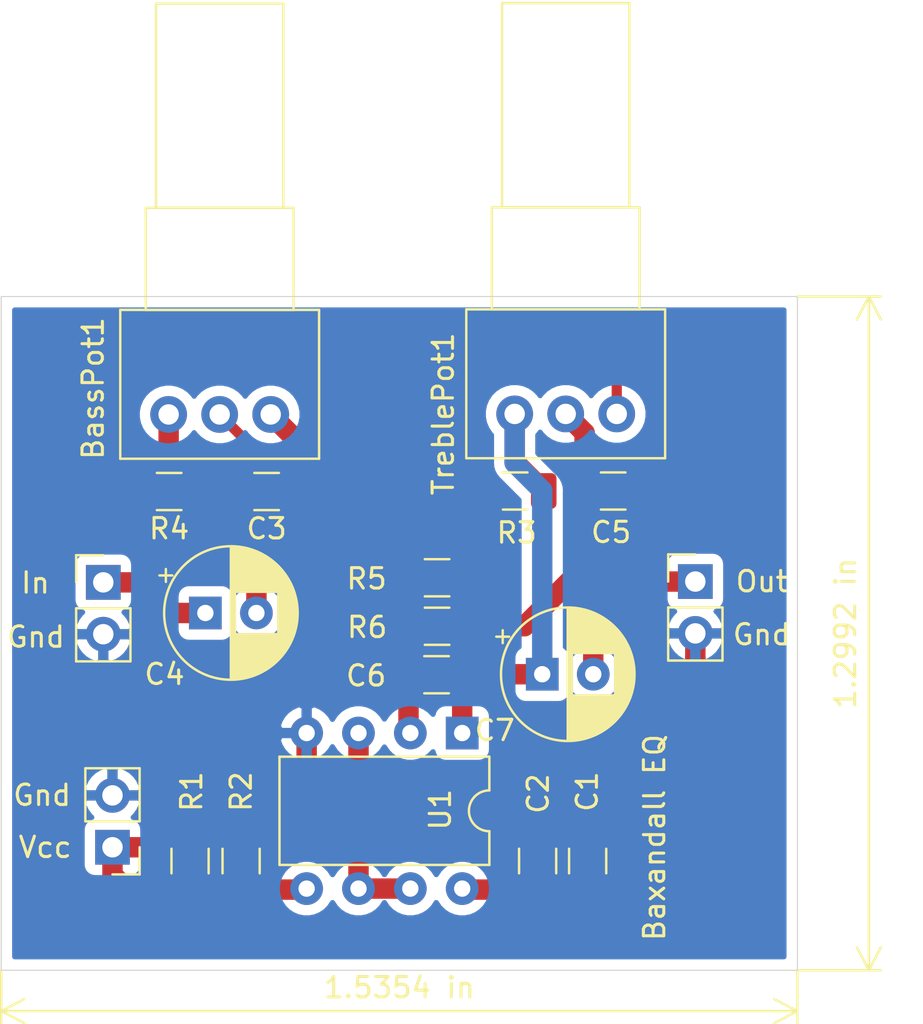
<source format=kicad_pcb>
(kicad_pcb (version 20171130) (host pcbnew 5.1.5+dfsg1-2build2)

  (general
    (thickness 1.6)
    (drawings 7)
    (tracks 72)
    (zones 0)
    (modules 19)
    (nets 15)
  )

  (page A4)
  (layers
    (0 F.Cu signal)
    (31 B.Cu signal)
    (32 B.Adhes user)
    (33 F.Adhes user)
    (34 B.Paste user)
    (35 F.Paste user)
    (36 B.SilkS user)
    (37 F.SilkS user)
    (38 B.Mask user)
    (39 F.Mask user)
    (40 Dwgs.User user)
    (41 Cmts.User user)
    (42 Eco1.User user)
    (43 Eco2.User user)
    (44 Edge.Cuts user)
    (45 Margin user)
    (46 B.CrtYd user)
    (47 F.CrtYd user)
    (48 B.Fab user)
    (49 F.Fab user hide)
  )

  (setup
    (last_trace_width 1)
    (user_trace_width 0.25)
    (user_trace_width 0.5)
    (user_trace_width 1)
    (trace_clearance 0.2)
    (zone_clearance 0.508)
    (zone_45_only no)
    (trace_min 0.2)
    (via_size 0.8)
    (via_drill 0.4)
    (via_min_size 0.4)
    (via_min_drill 0.3)
    (uvia_size 0.3)
    (uvia_drill 0.1)
    (uvias_allowed no)
    (uvia_min_size 0.2)
    (uvia_min_drill 0.1)
    (edge_width 0.05)
    (segment_width 0.2)
    (pcb_text_width 0.3)
    (pcb_text_size 1.5 1.5)
    (mod_edge_width 0.12)
    (mod_text_size 1 1)
    (mod_text_width 0.15)
    (pad_size 1.524 1.524)
    (pad_drill 0.762)
    (pad_to_mask_clearance 0.051)
    (solder_mask_min_width 0.25)
    (aux_axis_origin 0 0)
    (visible_elements FFFFFF7F)
    (pcbplotparams
      (layerselection 0x010fc_ffffffff)
      (usegerberextensions false)
      (usegerberattributes false)
      (usegerberadvancedattributes false)
      (creategerberjobfile false)
      (excludeedgelayer true)
      (linewidth 0.100000)
      (plotframeref false)
      (viasonmask false)
      (mode 1)
      (useauxorigin false)
      (hpglpennumber 1)
      (hpglpenspeed 20)
      (hpglpendiameter 15.000000)
      (psnegative false)
      (psa4output false)
      (plotreference true)
      (plotvalue true)
      (plotinvisibletext false)
      (padsonsilk false)
      (subtractmaskfromsilk false)
      (outputformat 1)
      (mirror false)
      (drillshape 1)
      (scaleselection 1)
      (outputdirectory ""))
  )

  (net 0 "")
  (net 1 GND)
  (net 2 +9V)
  (net 3 input)
  (net 4 "Net-(C4-Pad2)")
  (net 5 "Net-(C5-Pad1)")
  (net 6 "Net-(C5-Pad2)")
  (net 7 "Net-(C6-Pad1)")
  (net 8 "Net-(C6-Pad2)")
  (net 9 output)
  (net 10 vref)
  (net 11 vrefbuff)
  (net 12 "Net-(BassPot1-Pad3)")
  (net 13 "Net-(BassPot1-Pad2)")
  (net 14 "Net-(BassPot1-Pad1)")

  (net_class Default "This is the default net class."
    (clearance 0.2)
    (trace_width 0.25)
    (via_dia 0.8)
    (via_drill 0.4)
    (uvia_dia 0.3)
    (uvia_drill 0.1)
    (add_net +9V)
    (add_net GND)
    (add_net "Net-(BassPot1-Pad1)")
    (add_net "Net-(BassPot1-Pad2)")
    (add_net "Net-(BassPot1-Pad3)")
    (add_net "Net-(C4-Pad2)")
    (add_net "Net-(C5-Pad1)")
    (add_net "Net-(C5-Pad2)")
    (add_net "Net-(C6-Pad1)")
    (add_net "Net-(C6-Pad2)")
    (add_net input)
    (add_net output)
    (add_net vref)
    (add_net vrefbuff)
  )

  (module Connector_PinHeader_2.54mm:PinHeader_1x02_P2.54mm_Vertical (layer F.Cu) (tedit 59FED5CC) (tstamp 6118D06A)
    (at 169 100.46)
    (descr "Through hole straight pin header, 1x02, 2.54mm pitch, single row")
    (tags "Through hole pin header THT 1x02 2.54mm single row")
    (path /61203E20)
    (fp_text reference J3 (at 0 -2.33) (layer F.SilkS) hide
      (effects (font (size 1 1) (thickness 0.15)))
    )
    (fp_text value OutputConnector (at 0 4.87) (layer F.Fab)
      (effects (font (size 1 1) (thickness 0.15)))
    )
    (fp_text user %R (at 0 1.27 90) (layer F.Fab)
      (effects (font (size 1 1) (thickness 0.15)))
    )
    (fp_line (start 1.8 -1.8) (end -1.8 -1.8) (layer F.CrtYd) (width 0.05))
    (fp_line (start 1.8 4.35) (end 1.8 -1.8) (layer F.CrtYd) (width 0.05))
    (fp_line (start -1.8 4.35) (end 1.8 4.35) (layer F.CrtYd) (width 0.05))
    (fp_line (start -1.8 -1.8) (end -1.8 4.35) (layer F.CrtYd) (width 0.05))
    (fp_line (start -1.33 -1.33) (end 0 -1.33) (layer F.SilkS) (width 0.12))
    (fp_line (start -1.33 0) (end -1.33 -1.33) (layer F.SilkS) (width 0.12))
    (fp_line (start -1.33 1.27) (end 1.33 1.27) (layer F.SilkS) (width 0.12))
    (fp_line (start 1.33 1.27) (end 1.33 3.87) (layer F.SilkS) (width 0.12))
    (fp_line (start -1.33 1.27) (end -1.33 3.87) (layer F.SilkS) (width 0.12))
    (fp_line (start -1.33 3.87) (end 1.33 3.87) (layer F.SilkS) (width 0.12))
    (fp_line (start -1.27 -0.635) (end -0.635 -1.27) (layer F.Fab) (width 0.1))
    (fp_line (start -1.27 3.81) (end -1.27 -0.635) (layer F.Fab) (width 0.1))
    (fp_line (start 1.27 3.81) (end -1.27 3.81) (layer F.Fab) (width 0.1))
    (fp_line (start 1.27 -1.27) (end 1.27 3.81) (layer F.Fab) (width 0.1))
    (fp_line (start -0.635 -1.27) (end 1.27 -1.27) (layer F.Fab) (width 0.1))
    (fp_text user Out (at 3.25 0 180) (layer F.SilkS)
      (effects (font (size 1 1) (thickness 0.15)))
    )
    (fp_text user Gnd (at 3.25 2.6 180) (layer F.SilkS)
      (effects (font (size 1 1) (thickness 0.15)))
    )
    (pad 2 thru_hole oval (at 0 2.54) (size 1.7 1.7) (drill 1) (layers *.Cu *.Mask)
      (net 1 GND))
    (pad 1 thru_hole rect (at 0 0) (size 1.7 1.7) (drill 1) (layers *.Cu *.Mask)
      (net 9 output))
    (model ${KISYS3DMOD}/Connector_PinHeader_2.54mm.3dshapes/PinHeader_1x02_P2.54mm_Vertical.wrl
      (at (xyz 0 0 0))
      (scale (xyz 1 1 1))
      (rotate (xyz 0 0 0))
    )
  )

  (module Connector_PinHeader_2.54mm:PinHeader_1x02_P2.54mm_Vertical (layer F.Cu) (tedit 59FED5CC) (tstamp 6118D052)
    (at 140 100.5)
    (descr "Through hole straight pin header, 1x02, 2.54mm pitch, single row")
    (tags "Through hole pin header THT 1x02 2.54mm single row")
    (path /612035A9)
    (fp_text reference J2 (at 0 -2.33) (layer F.SilkS) hide
      (effects (font (size 1 1) (thickness 0.15)))
    )
    (fp_text value InputConnector (at 0 4.87) (layer F.Fab)
      (effects (font (size 1 1) (thickness 0.15)))
    )
    (fp_text user %R (at 0 1.27 90) (layer F.Fab)
      (effects (font (size 1 1) (thickness 0.15)))
    )
    (fp_line (start 1.8 -1.8) (end -1.8 -1.8) (layer F.CrtYd) (width 0.05))
    (fp_line (start 1.8 4.35) (end 1.8 -1.8) (layer F.CrtYd) (width 0.05))
    (fp_line (start -1.8 4.35) (end 1.8 4.35) (layer F.CrtYd) (width 0.05))
    (fp_line (start -1.8 -1.8) (end -1.8 4.35) (layer F.CrtYd) (width 0.05))
    (fp_line (start -1.33 -1.33) (end 0 -1.33) (layer F.SilkS) (width 0.12))
    (fp_line (start -1.33 0) (end -1.33 -1.33) (layer F.SilkS) (width 0.12))
    (fp_line (start -1.33 1.27) (end 1.33 1.27) (layer F.SilkS) (width 0.12))
    (fp_line (start 1.33 1.27) (end 1.33 3.87) (layer F.SilkS) (width 0.12))
    (fp_line (start -1.33 1.27) (end -1.33 3.87) (layer F.SilkS) (width 0.12))
    (fp_line (start -1.33 3.87) (end 1.33 3.87) (layer F.SilkS) (width 0.12))
    (fp_line (start -1.27 -0.635) (end -0.635 -1.27) (layer F.Fab) (width 0.1))
    (fp_line (start -1.27 3.81) (end -1.27 -0.635) (layer F.Fab) (width 0.1))
    (fp_line (start 1.27 3.81) (end -1.27 3.81) (layer F.Fab) (width 0.1))
    (fp_line (start 1.27 -1.27) (end 1.27 3.81) (layer F.Fab) (width 0.1))
    (fp_line (start -0.635 -1.27) (end 1.27 -1.27) (layer F.Fab) (width 0.1))
    (fp_text user In (at -3.325 0.025) (layer F.SilkS)
      (effects (font (size 1 1) (thickness 0.15)))
    )
    (fp_text user Gnd (at -3.3 2.675) (layer F.SilkS)
      (effects (font (size 1 1) (thickness 0.15)))
    )
    (pad 2 thru_hole oval (at 0 2.54) (size 1.7 1.7) (drill 1) (layers *.Cu *.Mask)
      (net 1 GND))
    (pad 1 thru_hole rect (at 0 0) (size 1.7 1.7) (drill 1) (layers *.Cu *.Mask)
      (net 3 input))
    (model ${KISYS3DMOD}/Connector_PinHeader_2.54mm.3dshapes/PinHeader_1x02_P2.54mm_Vertical.wrl
      (at (xyz 0 0 0))
      (scale (xyz 1 1 1))
      (rotate (xyz 0 0 0))
    )
  )

  (module Connector_PinHeader_2.54mm:PinHeader_1x02_P2.54mm_Vertical (layer F.Cu) (tedit 59FED5CC) (tstamp 6118D03A)
    (at 140.45 113.475 180)
    (descr "Through hole straight pin header, 1x02, 2.54mm pitch, single row")
    (tags "Through hole pin header THT 1x02 2.54mm single row")
    (path /61201872)
    (fp_text reference J1 (at 0 -2.33) (layer F.SilkS) hide
      (effects (font (size 1 1) (thickness 0.15)))
    )
    (fp_text value PowerConnector (at 0 4.87) (layer F.Fab)
      (effects (font (size 1 1) (thickness 0.15)))
    )
    (fp_text user %R (at 0 1.27 90) (layer F.Fab)
      (effects (font (size 1 1) (thickness 0.15)))
    )
    (fp_line (start 1.8 -1.8) (end -1.8 -1.8) (layer F.CrtYd) (width 0.05))
    (fp_line (start 1.8 4.35) (end 1.8 -1.8) (layer F.CrtYd) (width 0.05))
    (fp_line (start -1.8 4.35) (end 1.8 4.35) (layer F.CrtYd) (width 0.05))
    (fp_line (start -1.8 -1.8) (end -1.8 4.35) (layer F.CrtYd) (width 0.05))
    (fp_line (start -1.33 -1.33) (end 0 -1.33) (layer F.SilkS) (width 0.12))
    (fp_line (start -1.33 0) (end -1.33 -1.33) (layer F.SilkS) (width 0.12))
    (fp_line (start -1.33 1.27) (end 1.33 1.27) (layer F.SilkS) (width 0.12))
    (fp_line (start 1.33 1.27) (end 1.33 3.87) (layer F.SilkS) (width 0.12))
    (fp_line (start -1.33 1.27) (end -1.33 3.87) (layer F.SilkS) (width 0.12))
    (fp_line (start -1.33 3.87) (end 1.33 3.87) (layer F.SilkS) (width 0.12))
    (fp_line (start -1.27 -0.635) (end -0.635 -1.27) (layer F.Fab) (width 0.1))
    (fp_line (start -1.27 3.81) (end -1.27 -0.635) (layer F.Fab) (width 0.1))
    (fp_line (start 1.27 3.81) (end -1.27 3.81) (layer F.Fab) (width 0.1))
    (fp_line (start 1.27 -1.27) (end 1.27 3.81) (layer F.Fab) (width 0.1))
    (fp_line (start -0.635 -1.27) (end 1.27 -1.27) (layer F.Fab) (width 0.1))
    (fp_text user Vcc (at 3.3 0 180) (layer F.SilkS)
      (effects (font (size 1 1) (thickness 0.15)))
    )
    (fp_text user Gnd (at 3.45 2.55 180) (layer F.SilkS)
      (effects (font (size 1 1) (thickness 0.15)))
    )
    (pad 2 thru_hole oval (at 0 2.54 180) (size 1.7 1.7) (drill 1) (layers *.Cu *.Mask)
      (net 1 GND))
    (pad 1 thru_hole rect (at 0 0 180) (size 1.7 1.7) (drill 1) (layers *.Cu *.Mask)
      (net 2 +9V))
    (model ${KISYS3DMOD}/Connector_PinHeader_2.54mm.3dshapes/PinHeader_1x02_P2.54mm_Vertical.wrl
      (at (xyz 0 0 0))
      (scale (xyz 1 1 1))
      (rotate (xyz 0 0 0))
    )
  )

  (module Capacitor_SMD:C_1206_3216Metric (layer F.Cu) (tedit 5B301BBE) (tstamp 61190E22)
    (at 163.725 114.15 90)
    (descr "Capacitor SMD 1206 (3216 Metric), square (rectangular) end terminal, IPC_7351 nominal, (Body size source: http://www.tortai-tech.com/upload/download/2011102023233369053.pdf), generated with kicad-footprint-generator")
    (tags capacitor)
    (path /6123B210)
    (attr smd)
    (fp_text reference C1 (at 3.4 -0.025 90) (layer F.SilkS)
      (effects (font (size 1 1) (thickness 0.15)))
    )
    (fp_text value 0.1u (at 0 1.82 90) (layer F.Fab)
      (effects (font (size 1 1) (thickness 0.15)))
    )
    (fp_text user %R (at 0 0 90) (layer F.Fab)
      (effects (font (size 0.8 0.8) (thickness 0.12)))
    )
    (fp_line (start 2.28 1.12) (end -2.28 1.12) (layer F.CrtYd) (width 0.05))
    (fp_line (start 2.28 -1.12) (end 2.28 1.12) (layer F.CrtYd) (width 0.05))
    (fp_line (start -2.28 -1.12) (end 2.28 -1.12) (layer F.CrtYd) (width 0.05))
    (fp_line (start -2.28 1.12) (end -2.28 -1.12) (layer F.CrtYd) (width 0.05))
    (fp_line (start -0.602064 0.91) (end 0.602064 0.91) (layer F.SilkS) (width 0.12))
    (fp_line (start -0.602064 -0.91) (end 0.602064 -0.91) (layer F.SilkS) (width 0.12))
    (fp_line (start 1.6 0.8) (end -1.6 0.8) (layer F.Fab) (width 0.1))
    (fp_line (start 1.6 -0.8) (end 1.6 0.8) (layer F.Fab) (width 0.1))
    (fp_line (start -1.6 -0.8) (end 1.6 -0.8) (layer F.Fab) (width 0.1))
    (fp_line (start -1.6 0.8) (end -1.6 -0.8) (layer F.Fab) (width 0.1))
    (pad 2 smd roundrect (at 1.4 0 90) (size 1.25 1.75) (layers F.Cu F.Paste F.Mask) (roundrect_rratio 0.2)
      (net 1 GND))
    (pad 1 smd roundrect (at -1.4 0 90) (size 1.25 1.75) (layers F.Cu F.Paste F.Mask) (roundrect_rratio 0.2)
      (net 2 +9V))
    (model ${KISYS3DMOD}/Capacitor_SMD.3dshapes/C_1206_3216Metric.wrl
      (at (xyz 0 0 0))
      (scale (xyz 1 1 1))
      (rotate (xyz 0 0 0))
    )
  )

  (module Capacitor_SMD:C_1206_3216Metric (layer F.Cu) (tedit 5B301BBE) (tstamp 6118CEC7)
    (at 161.275 114.15 90)
    (descr "Capacitor SMD 1206 (3216 Metric), square (rectangular) end terminal, IPC_7351 nominal, (Body size source: http://www.tortai-tech.com/upload/download/2011102023233369053.pdf), generated with kicad-footprint-generator")
    (tags capacitor)
    (path /6123C450)
    (attr smd)
    (fp_text reference C2 (at 3.3 0.025 90) (layer F.SilkS)
      (effects (font (size 1 1) (thickness 0.15)))
    )
    (fp_text value 0.1u (at 0 1.82 90) (layer F.Fab)
      (effects (font (size 1 1) (thickness 0.15)))
    )
    (fp_line (start -1.6 0.8) (end -1.6 -0.8) (layer F.Fab) (width 0.1))
    (fp_line (start -1.6 -0.8) (end 1.6 -0.8) (layer F.Fab) (width 0.1))
    (fp_line (start 1.6 -0.8) (end 1.6 0.8) (layer F.Fab) (width 0.1))
    (fp_line (start 1.6 0.8) (end -1.6 0.8) (layer F.Fab) (width 0.1))
    (fp_line (start -0.602064 -0.91) (end 0.602064 -0.91) (layer F.SilkS) (width 0.12))
    (fp_line (start -0.602064 0.91) (end 0.602064 0.91) (layer F.SilkS) (width 0.12))
    (fp_line (start -2.28 1.12) (end -2.28 -1.12) (layer F.CrtYd) (width 0.05))
    (fp_line (start -2.28 -1.12) (end 2.28 -1.12) (layer F.CrtYd) (width 0.05))
    (fp_line (start 2.28 -1.12) (end 2.28 1.12) (layer F.CrtYd) (width 0.05))
    (fp_line (start 2.28 1.12) (end -2.28 1.12) (layer F.CrtYd) (width 0.05))
    (fp_text user %R (at 0 0 90) (layer F.Fab)
      (effects (font (size 0.8 0.8) (thickness 0.12)))
    )
    (pad 1 smd roundrect (at -1.4 0 90) (size 1.25 1.75) (layers F.Cu F.Paste F.Mask) (roundrect_rratio 0.2)
      (net 2 +9V))
    (pad 2 smd roundrect (at 1.4 0 90) (size 1.25 1.75) (layers F.Cu F.Paste F.Mask) (roundrect_rratio 0.2)
      (net 1 GND))
    (model ${KISYS3DMOD}/Capacitor_SMD.3dshapes/C_1206_3216Metric.wrl
      (at (xyz 0 0 0))
      (scale (xyz 1 1 1))
      (rotate (xyz 0 0 0))
    )
  )

  (module Capacitor_SMD:C_1206_3216Metric (layer F.Cu) (tedit 5B301BBE) (tstamp 6118DD42)
    (at 148 96.05 180)
    (descr "Capacitor SMD 1206 (3216 Metric), square (rectangular) end terminal, IPC_7351 nominal, (Body size source: http://www.tortai-tech.com/upload/download/2011102023233369053.pdf), generated with kicad-footprint-generator")
    (tags capacitor)
    (path /6118D7C2)
    (attr smd)
    (fp_text reference C3 (at 0 -1.82) (layer F.SilkS)
      (effects (font (size 1 1) (thickness 0.15)))
    )
    (fp_text value 100n (at 0 1.82) (layer F.Fab)
      (effects (font (size 1 1) (thickness 0.15)))
    )
    (fp_text user %R (at 0 0) (layer F.Fab)
      (effects (font (size 0.8 0.8) (thickness 0.12)))
    )
    (fp_line (start 2.28 1.12) (end -2.28 1.12) (layer F.CrtYd) (width 0.05))
    (fp_line (start 2.28 -1.12) (end 2.28 1.12) (layer F.CrtYd) (width 0.05))
    (fp_line (start -2.28 -1.12) (end 2.28 -1.12) (layer F.CrtYd) (width 0.05))
    (fp_line (start -2.28 1.12) (end -2.28 -1.12) (layer F.CrtYd) (width 0.05))
    (fp_line (start -0.602064 0.91) (end 0.602064 0.91) (layer F.SilkS) (width 0.12))
    (fp_line (start -0.602064 -0.91) (end 0.602064 -0.91) (layer F.SilkS) (width 0.12))
    (fp_line (start 1.6 0.8) (end -1.6 0.8) (layer F.Fab) (width 0.1))
    (fp_line (start 1.6 -0.8) (end 1.6 0.8) (layer F.Fab) (width 0.1))
    (fp_line (start -1.6 -0.8) (end 1.6 -0.8) (layer F.Fab) (width 0.1))
    (fp_line (start -1.6 0.8) (end -1.6 -0.8) (layer F.Fab) (width 0.1))
    (pad 2 smd roundrect (at 1.4 0 180) (size 1.25 1.75) (layers F.Cu F.Paste F.Mask) (roundrect_rratio 0.2)
      (net 12 "Net-(BassPot1-Pad3)"))
    (pad 1 smd roundrect (at -1.4 0 180) (size 1.25 1.75) (layers F.Cu F.Paste F.Mask) (roundrect_rratio 0.2)
      (net 14 "Net-(BassPot1-Pad1)"))
    (model ${KISYS3DMOD}/Capacitor_SMD.3dshapes/C_1206_3216Metric.wrl
      (at (xyz 0 0 0))
      (scale (xyz 1 1 1))
      (rotate (xyz 0 0 0))
    )
  )

  (module Capacitor_THT:CP_Radial_D6.3mm_P2.50mm (layer F.Cu) (tedit 5AE50EF0) (tstamp 6118CF6C)
    (at 145 102)
    (descr "CP, Radial series, Radial, pin pitch=2.50mm, , diameter=6.3mm, Electrolytic Capacitor")
    (tags "CP Radial series Radial pin pitch 2.50mm  diameter 6.3mm Electrolytic Capacitor")
    (path /611C9063)
    (fp_text reference C4 (at -2 3) (layer F.SilkS)
      (effects (font (size 1 1) (thickness 0.15)))
    )
    (fp_text value CP (at 1.25 4.4) (layer F.Fab)
      (effects (font (size 1 1) (thickness 0.15)))
    )
    (fp_circle (center 1.25 0) (end 4.4 0) (layer F.Fab) (width 0.1))
    (fp_circle (center 1.25 0) (end 4.52 0) (layer F.SilkS) (width 0.12))
    (fp_circle (center 1.25 0) (end 4.65 0) (layer F.CrtYd) (width 0.05))
    (fp_line (start -1.443972 -1.3735) (end -0.813972 -1.3735) (layer F.Fab) (width 0.1))
    (fp_line (start -1.128972 -1.6885) (end -1.128972 -1.0585) (layer F.Fab) (width 0.1))
    (fp_line (start 1.25 -3.23) (end 1.25 3.23) (layer F.SilkS) (width 0.12))
    (fp_line (start 1.29 -3.23) (end 1.29 3.23) (layer F.SilkS) (width 0.12))
    (fp_line (start 1.33 -3.23) (end 1.33 3.23) (layer F.SilkS) (width 0.12))
    (fp_line (start 1.37 -3.228) (end 1.37 3.228) (layer F.SilkS) (width 0.12))
    (fp_line (start 1.41 -3.227) (end 1.41 3.227) (layer F.SilkS) (width 0.12))
    (fp_line (start 1.45 -3.224) (end 1.45 3.224) (layer F.SilkS) (width 0.12))
    (fp_line (start 1.49 -3.222) (end 1.49 -1.04) (layer F.SilkS) (width 0.12))
    (fp_line (start 1.49 1.04) (end 1.49 3.222) (layer F.SilkS) (width 0.12))
    (fp_line (start 1.53 -3.218) (end 1.53 -1.04) (layer F.SilkS) (width 0.12))
    (fp_line (start 1.53 1.04) (end 1.53 3.218) (layer F.SilkS) (width 0.12))
    (fp_line (start 1.57 -3.215) (end 1.57 -1.04) (layer F.SilkS) (width 0.12))
    (fp_line (start 1.57 1.04) (end 1.57 3.215) (layer F.SilkS) (width 0.12))
    (fp_line (start 1.61 -3.211) (end 1.61 -1.04) (layer F.SilkS) (width 0.12))
    (fp_line (start 1.61 1.04) (end 1.61 3.211) (layer F.SilkS) (width 0.12))
    (fp_line (start 1.65 -3.206) (end 1.65 -1.04) (layer F.SilkS) (width 0.12))
    (fp_line (start 1.65 1.04) (end 1.65 3.206) (layer F.SilkS) (width 0.12))
    (fp_line (start 1.69 -3.201) (end 1.69 -1.04) (layer F.SilkS) (width 0.12))
    (fp_line (start 1.69 1.04) (end 1.69 3.201) (layer F.SilkS) (width 0.12))
    (fp_line (start 1.73 -3.195) (end 1.73 -1.04) (layer F.SilkS) (width 0.12))
    (fp_line (start 1.73 1.04) (end 1.73 3.195) (layer F.SilkS) (width 0.12))
    (fp_line (start 1.77 -3.189) (end 1.77 -1.04) (layer F.SilkS) (width 0.12))
    (fp_line (start 1.77 1.04) (end 1.77 3.189) (layer F.SilkS) (width 0.12))
    (fp_line (start 1.81 -3.182) (end 1.81 -1.04) (layer F.SilkS) (width 0.12))
    (fp_line (start 1.81 1.04) (end 1.81 3.182) (layer F.SilkS) (width 0.12))
    (fp_line (start 1.85 -3.175) (end 1.85 -1.04) (layer F.SilkS) (width 0.12))
    (fp_line (start 1.85 1.04) (end 1.85 3.175) (layer F.SilkS) (width 0.12))
    (fp_line (start 1.89 -3.167) (end 1.89 -1.04) (layer F.SilkS) (width 0.12))
    (fp_line (start 1.89 1.04) (end 1.89 3.167) (layer F.SilkS) (width 0.12))
    (fp_line (start 1.93 -3.159) (end 1.93 -1.04) (layer F.SilkS) (width 0.12))
    (fp_line (start 1.93 1.04) (end 1.93 3.159) (layer F.SilkS) (width 0.12))
    (fp_line (start 1.971 -3.15) (end 1.971 -1.04) (layer F.SilkS) (width 0.12))
    (fp_line (start 1.971 1.04) (end 1.971 3.15) (layer F.SilkS) (width 0.12))
    (fp_line (start 2.011 -3.141) (end 2.011 -1.04) (layer F.SilkS) (width 0.12))
    (fp_line (start 2.011 1.04) (end 2.011 3.141) (layer F.SilkS) (width 0.12))
    (fp_line (start 2.051 -3.131) (end 2.051 -1.04) (layer F.SilkS) (width 0.12))
    (fp_line (start 2.051 1.04) (end 2.051 3.131) (layer F.SilkS) (width 0.12))
    (fp_line (start 2.091 -3.121) (end 2.091 -1.04) (layer F.SilkS) (width 0.12))
    (fp_line (start 2.091 1.04) (end 2.091 3.121) (layer F.SilkS) (width 0.12))
    (fp_line (start 2.131 -3.11) (end 2.131 -1.04) (layer F.SilkS) (width 0.12))
    (fp_line (start 2.131 1.04) (end 2.131 3.11) (layer F.SilkS) (width 0.12))
    (fp_line (start 2.171 -3.098) (end 2.171 -1.04) (layer F.SilkS) (width 0.12))
    (fp_line (start 2.171 1.04) (end 2.171 3.098) (layer F.SilkS) (width 0.12))
    (fp_line (start 2.211 -3.086) (end 2.211 -1.04) (layer F.SilkS) (width 0.12))
    (fp_line (start 2.211 1.04) (end 2.211 3.086) (layer F.SilkS) (width 0.12))
    (fp_line (start 2.251 -3.074) (end 2.251 -1.04) (layer F.SilkS) (width 0.12))
    (fp_line (start 2.251 1.04) (end 2.251 3.074) (layer F.SilkS) (width 0.12))
    (fp_line (start 2.291 -3.061) (end 2.291 -1.04) (layer F.SilkS) (width 0.12))
    (fp_line (start 2.291 1.04) (end 2.291 3.061) (layer F.SilkS) (width 0.12))
    (fp_line (start 2.331 -3.047) (end 2.331 -1.04) (layer F.SilkS) (width 0.12))
    (fp_line (start 2.331 1.04) (end 2.331 3.047) (layer F.SilkS) (width 0.12))
    (fp_line (start 2.371 -3.033) (end 2.371 -1.04) (layer F.SilkS) (width 0.12))
    (fp_line (start 2.371 1.04) (end 2.371 3.033) (layer F.SilkS) (width 0.12))
    (fp_line (start 2.411 -3.018) (end 2.411 -1.04) (layer F.SilkS) (width 0.12))
    (fp_line (start 2.411 1.04) (end 2.411 3.018) (layer F.SilkS) (width 0.12))
    (fp_line (start 2.451 -3.002) (end 2.451 -1.04) (layer F.SilkS) (width 0.12))
    (fp_line (start 2.451 1.04) (end 2.451 3.002) (layer F.SilkS) (width 0.12))
    (fp_line (start 2.491 -2.986) (end 2.491 -1.04) (layer F.SilkS) (width 0.12))
    (fp_line (start 2.491 1.04) (end 2.491 2.986) (layer F.SilkS) (width 0.12))
    (fp_line (start 2.531 -2.97) (end 2.531 -1.04) (layer F.SilkS) (width 0.12))
    (fp_line (start 2.531 1.04) (end 2.531 2.97) (layer F.SilkS) (width 0.12))
    (fp_line (start 2.571 -2.952) (end 2.571 -1.04) (layer F.SilkS) (width 0.12))
    (fp_line (start 2.571 1.04) (end 2.571 2.952) (layer F.SilkS) (width 0.12))
    (fp_line (start 2.611 -2.934) (end 2.611 -1.04) (layer F.SilkS) (width 0.12))
    (fp_line (start 2.611 1.04) (end 2.611 2.934) (layer F.SilkS) (width 0.12))
    (fp_line (start 2.651 -2.916) (end 2.651 -1.04) (layer F.SilkS) (width 0.12))
    (fp_line (start 2.651 1.04) (end 2.651 2.916) (layer F.SilkS) (width 0.12))
    (fp_line (start 2.691 -2.896) (end 2.691 -1.04) (layer F.SilkS) (width 0.12))
    (fp_line (start 2.691 1.04) (end 2.691 2.896) (layer F.SilkS) (width 0.12))
    (fp_line (start 2.731 -2.876) (end 2.731 -1.04) (layer F.SilkS) (width 0.12))
    (fp_line (start 2.731 1.04) (end 2.731 2.876) (layer F.SilkS) (width 0.12))
    (fp_line (start 2.771 -2.856) (end 2.771 -1.04) (layer F.SilkS) (width 0.12))
    (fp_line (start 2.771 1.04) (end 2.771 2.856) (layer F.SilkS) (width 0.12))
    (fp_line (start 2.811 -2.834) (end 2.811 -1.04) (layer F.SilkS) (width 0.12))
    (fp_line (start 2.811 1.04) (end 2.811 2.834) (layer F.SilkS) (width 0.12))
    (fp_line (start 2.851 -2.812) (end 2.851 -1.04) (layer F.SilkS) (width 0.12))
    (fp_line (start 2.851 1.04) (end 2.851 2.812) (layer F.SilkS) (width 0.12))
    (fp_line (start 2.891 -2.79) (end 2.891 -1.04) (layer F.SilkS) (width 0.12))
    (fp_line (start 2.891 1.04) (end 2.891 2.79) (layer F.SilkS) (width 0.12))
    (fp_line (start 2.931 -2.766) (end 2.931 -1.04) (layer F.SilkS) (width 0.12))
    (fp_line (start 2.931 1.04) (end 2.931 2.766) (layer F.SilkS) (width 0.12))
    (fp_line (start 2.971 -2.742) (end 2.971 -1.04) (layer F.SilkS) (width 0.12))
    (fp_line (start 2.971 1.04) (end 2.971 2.742) (layer F.SilkS) (width 0.12))
    (fp_line (start 3.011 -2.716) (end 3.011 -1.04) (layer F.SilkS) (width 0.12))
    (fp_line (start 3.011 1.04) (end 3.011 2.716) (layer F.SilkS) (width 0.12))
    (fp_line (start 3.051 -2.69) (end 3.051 -1.04) (layer F.SilkS) (width 0.12))
    (fp_line (start 3.051 1.04) (end 3.051 2.69) (layer F.SilkS) (width 0.12))
    (fp_line (start 3.091 -2.664) (end 3.091 -1.04) (layer F.SilkS) (width 0.12))
    (fp_line (start 3.091 1.04) (end 3.091 2.664) (layer F.SilkS) (width 0.12))
    (fp_line (start 3.131 -2.636) (end 3.131 -1.04) (layer F.SilkS) (width 0.12))
    (fp_line (start 3.131 1.04) (end 3.131 2.636) (layer F.SilkS) (width 0.12))
    (fp_line (start 3.171 -2.607) (end 3.171 -1.04) (layer F.SilkS) (width 0.12))
    (fp_line (start 3.171 1.04) (end 3.171 2.607) (layer F.SilkS) (width 0.12))
    (fp_line (start 3.211 -2.578) (end 3.211 -1.04) (layer F.SilkS) (width 0.12))
    (fp_line (start 3.211 1.04) (end 3.211 2.578) (layer F.SilkS) (width 0.12))
    (fp_line (start 3.251 -2.548) (end 3.251 -1.04) (layer F.SilkS) (width 0.12))
    (fp_line (start 3.251 1.04) (end 3.251 2.548) (layer F.SilkS) (width 0.12))
    (fp_line (start 3.291 -2.516) (end 3.291 -1.04) (layer F.SilkS) (width 0.12))
    (fp_line (start 3.291 1.04) (end 3.291 2.516) (layer F.SilkS) (width 0.12))
    (fp_line (start 3.331 -2.484) (end 3.331 -1.04) (layer F.SilkS) (width 0.12))
    (fp_line (start 3.331 1.04) (end 3.331 2.484) (layer F.SilkS) (width 0.12))
    (fp_line (start 3.371 -2.45) (end 3.371 -1.04) (layer F.SilkS) (width 0.12))
    (fp_line (start 3.371 1.04) (end 3.371 2.45) (layer F.SilkS) (width 0.12))
    (fp_line (start 3.411 -2.416) (end 3.411 -1.04) (layer F.SilkS) (width 0.12))
    (fp_line (start 3.411 1.04) (end 3.411 2.416) (layer F.SilkS) (width 0.12))
    (fp_line (start 3.451 -2.38) (end 3.451 -1.04) (layer F.SilkS) (width 0.12))
    (fp_line (start 3.451 1.04) (end 3.451 2.38) (layer F.SilkS) (width 0.12))
    (fp_line (start 3.491 -2.343) (end 3.491 -1.04) (layer F.SilkS) (width 0.12))
    (fp_line (start 3.491 1.04) (end 3.491 2.343) (layer F.SilkS) (width 0.12))
    (fp_line (start 3.531 -2.305) (end 3.531 -1.04) (layer F.SilkS) (width 0.12))
    (fp_line (start 3.531 1.04) (end 3.531 2.305) (layer F.SilkS) (width 0.12))
    (fp_line (start 3.571 -2.265) (end 3.571 2.265) (layer F.SilkS) (width 0.12))
    (fp_line (start 3.611 -2.224) (end 3.611 2.224) (layer F.SilkS) (width 0.12))
    (fp_line (start 3.651 -2.182) (end 3.651 2.182) (layer F.SilkS) (width 0.12))
    (fp_line (start 3.691 -2.137) (end 3.691 2.137) (layer F.SilkS) (width 0.12))
    (fp_line (start 3.731 -2.092) (end 3.731 2.092) (layer F.SilkS) (width 0.12))
    (fp_line (start 3.771 -2.044) (end 3.771 2.044) (layer F.SilkS) (width 0.12))
    (fp_line (start 3.811 -1.995) (end 3.811 1.995) (layer F.SilkS) (width 0.12))
    (fp_line (start 3.851 -1.944) (end 3.851 1.944) (layer F.SilkS) (width 0.12))
    (fp_line (start 3.891 -1.89) (end 3.891 1.89) (layer F.SilkS) (width 0.12))
    (fp_line (start 3.931 -1.834) (end 3.931 1.834) (layer F.SilkS) (width 0.12))
    (fp_line (start 3.971 -1.776) (end 3.971 1.776) (layer F.SilkS) (width 0.12))
    (fp_line (start 4.011 -1.714) (end 4.011 1.714) (layer F.SilkS) (width 0.12))
    (fp_line (start 4.051 -1.65) (end 4.051 1.65) (layer F.SilkS) (width 0.12))
    (fp_line (start 4.091 -1.581) (end 4.091 1.581) (layer F.SilkS) (width 0.12))
    (fp_line (start 4.131 -1.509) (end 4.131 1.509) (layer F.SilkS) (width 0.12))
    (fp_line (start 4.171 -1.432) (end 4.171 1.432) (layer F.SilkS) (width 0.12))
    (fp_line (start 4.211 -1.35) (end 4.211 1.35) (layer F.SilkS) (width 0.12))
    (fp_line (start 4.251 -1.262) (end 4.251 1.262) (layer F.SilkS) (width 0.12))
    (fp_line (start 4.291 -1.165) (end 4.291 1.165) (layer F.SilkS) (width 0.12))
    (fp_line (start 4.331 -1.059) (end 4.331 1.059) (layer F.SilkS) (width 0.12))
    (fp_line (start 4.371 -0.94) (end 4.371 0.94) (layer F.SilkS) (width 0.12))
    (fp_line (start 4.411 -0.802) (end 4.411 0.802) (layer F.SilkS) (width 0.12))
    (fp_line (start 4.451 -0.633) (end 4.451 0.633) (layer F.SilkS) (width 0.12))
    (fp_line (start 4.491 -0.402) (end 4.491 0.402) (layer F.SilkS) (width 0.12))
    (fp_line (start -2.250241 -1.839) (end -1.620241 -1.839) (layer F.SilkS) (width 0.12))
    (fp_line (start -1.935241 -2.154) (end -1.935241 -1.524) (layer F.SilkS) (width 0.12))
    (fp_text user %R (at 1.25 0) (layer F.Fab)
      (effects (font (size 1 1) (thickness 0.15)))
    )
    (pad 1 thru_hole rect (at 0 0) (size 1.6 1.6) (drill 0.8) (layers *.Cu *.Mask)
      (net 3 input))
    (pad 2 thru_hole circle (at 2.5 0) (size 1.6 1.6) (drill 0.8) (layers *.Cu *.Mask)
      (net 4 "Net-(C4-Pad2)"))
    (model ${KISYS3DMOD}/Capacitor_THT.3dshapes/CP_Radial_D6.3mm_P2.50mm.wrl
      (at (xyz 0 0 0))
      (scale (xyz 1 1 1))
      (rotate (xyz 0 0 0))
    )
  )

  (module Capacitor_SMD:C_1206_3216Metric (layer F.Cu) (tedit 5B301BBE) (tstamp 6118CF7D)
    (at 164.975 96.025)
    (descr "Capacitor SMD 1206 (3216 Metric), square (rectangular) end terminal, IPC_7351 nominal, (Body size source: http://www.tortai-tech.com/upload/download/2011102023233369053.pdf), generated with kicad-footprint-generator")
    (tags capacitor)
    (path /6118BE7C)
    (attr smd)
    (fp_text reference C5 (at -0.1 2.025) (layer F.SilkS)
      (effects (font (size 1 1) (thickness 0.15)))
    )
    (fp_text value 4.7n (at 0 1.82) (layer F.Fab)
      (effects (font (size 1 1) (thickness 0.15)))
    )
    (fp_line (start -1.6 0.8) (end -1.6 -0.8) (layer F.Fab) (width 0.1))
    (fp_line (start -1.6 -0.8) (end 1.6 -0.8) (layer F.Fab) (width 0.1))
    (fp_line (start 1.6 -0.8) (end 1.6 0.8) (layer F.Fab) (width 0.1))
    (fp_line (start 1.6 0.8) (end -1.6 0.8) (layer F.Fab) (width 0.1))
    (fp_line (start -0.602064 -0.91) (end 0.602064 -0.91) (layer F.SilkS) (width 0.12))
    (fp_line (start -0.602064 0.91) (end 0.602064 0.91) (layer F.SilkS) (width 0.12))
    (fp_line (start -2.28 1.12) (end -2.28 -1.12) (layer F.CrtYd) (width 0.05))
    (fp_line (start -2.28 -1.12) (end 2.28 -1.12) (layer F.CrtYd) (width 0.05))
    (fp_line (start 2.28 -1.12) (end 2.28 1.12) (layer F.CrtYd) (width 0.05))
    (fp_line (start 2.28 1.12) (end -2.28 1.12) (layer F.CrtYd) (width 0.05))
    (fp_text user %R (at 0 0) (layer F.Fab)
      (effects (font (size 0.8 0.8) (thickness 0.12)))
    )
    (pad 1 smd roundrect (at -1.4 0) (size 1.25 1.75) (layers F.Cu F.Paste F.Mask) (roundrect_rratio 0.2)
      (net 5 "Net-(C5-Pad1)"))
    (pad 2 smd roundrect (at 1.4 0) (size 1.25 1.75) (layers F.Cu F.Paste F.Mask) (roundrect_rratio 0.2)
      (net 6 "Net-(C5-Pad2)"))
    (model ${KISYS3DMOD}/Capacitor_SMD.3dshapes/C_1206_3216Metric.wrl
      (at (xyz 0 0 0))
      (scale (xyz 1 1 1))
      (rotate (xyz 0 0 0))
    )
  )

  (module Capacitor_SMD:C_1206_3216Metric (layer F.Cu) (tedit 5B301BBE) (tstamp 6118CF8E)
    (at 156.325 105.025 180)
    (descr "Capacitor SMD 1206 (3216 Metric), square (rectangular) end terminal, IPC_7351 nominal, (Body size source: http://www.tortai-tech.com/upload/download/2011102023233369053.pdf), generated with kicad-footprint-generator")
    (tags capacitor)
    (path /6119E7F9)
    (attr smd)
    (fp_text reference C6 (at 3.45 -0.05) (layer F.SilkS)
      (effects (font (size 1 1) (thickness 0.15)))
    )
    (fp_text value 22p (at 0 1.82) (layer F.Fab)
      (effects (font (size 1 1) (thickness 0.15)))
    )
    (fp_line (start -1.6 0.8) (end -1.6 -0.8) (layer F.Fab) (width 0.1))
    (fp_line (start -1.6 -0.8) (end 1.6 -0.8) (layer F.Fab) (width 0.1))
    (fp_line (start 1.6 -0.8) (end 1.6 0.8) (layer F.Fab) (width 0.1))
    (fp_line (start 1.6 0.8) (end -1.6 0.8) (layer F.Fab) (width 0.1))
    (fp_line (start -0.602064 -0.91) (end 0.602064 -0.91) (layer F.SilkS) (width 0.12))
    (fp_line (start -0.602064 0.91) (end 0.602064 0.91) (layer F.SilkS) (width 0.12))
    (fp_line (start -2.28 1.12) (end -2.28 -1.12) (layer F.CrtYd) (width 0.05))
    (fp_line (start -2.28 -1.12) (end 2.28 -1.12) (layer F.CrtYd) (width 0.05))
    (fp_line (start 2.28 -1.12) (end 2.28 1.12) (layer F.CrtYd) (width 0.05))
    (fp_line (start 2.28 1.12) (end -2.28 1.12) (layer F.CrtYd) (width 0.05))
    (fp_text user %R (at 0 0) (layer F.Fab)
      (effects (font (size 0.8 0.8) (thickness 0.12)))
    )
    (pad 1 smd roundrect (at -1.4 0 180) (size 1.25 1.75) (layers F.Cu F.Paste F.Mask) (roundrect_rratio 0.2)
      (net 7 "Net-(C6-Pad1)"))
    (pad 2 smd roundrect (at 1.4 0 180) (size 1.25 1.75) (layers F.Cu F.Paste F.Mask) (roundrect_rratio 0.2)
      (net 8 "Net-(C6-Pad2)"))
    (model ${KISYS3DMOD}/Capacitor_SMD.3dshapes/C_1206_3216Metric.wrl
      (at (xyz 0 0 0))
      (scale (xyz 1 1 1))
      (rotate (xyz 0 0 0))
    )
  )

  (module Capacitor_THT:CP_Radial_D6.3mm_P2.50mm (layer F.Cu) (tedit 5AE50EF0) (tstamp 6118D022)
    (at 161.5 105)
    (descr "CP, Radial series, Radial, pin pitch=2.50mm, , diameter=6.3mm, Electrolytic Capacitor")
    (tags "CP Radial series Radial pin pitch 2.50mm  diameter 6.3mm Electrolytic Capacitor")
    (path /611D75F2)
    (fp_text reference C7 (at -2.325 2.75) (layer F.SilkS)
      (effects (font (size 1 1) (thickness 0.15)))
    )
    (fp_text value CP (at 1.25 4.4) (layer F.Fab)
      (effects (font (size 1 1) (thickness 0.15)))
    )
    (fp_text user %R (at 1.25 0) (layer F.Fab)
      (effects (font (size 1 1) (thickness 0.15)))
    )
    (fp_line (start -1.935241 -2.154) (end -1.935241 -1.524) (layer F.SilkS) (width 0.12))
    (fp_line (start -2.250241 -1.839) (end -1.620241 -1.839) (layer F.SilkS) (width 0.12))
    (fp_line (start 4.491 -0.402) (end 4.491 0.402) (layer F.SilkS) (width 0.12))
    (fp_line (start 4.451 -0.633) (end 4.451 0.633) (layer F.SilkS) (width 0.12))
    (fp_line (start 4.411 -0.802) (end 4.411 0.802) (layer F.SilkS) (width 0.12))
    (fp_line (start 4.371 -0.94) (end 4.371 0.94) (layer F.SilkS) (width 0.12))
    (fp_line (start 4.331 -1.059) (end 4.331 1.059) (layer F.SilkS) (width 0.12))
    (fp_line (start 4.291 -1.165) (end 4.291 1.165) (layer F.SilkS) (width 0.12))
    (fp_line (start 4.251 -1.262) (end 4.251 1.262) (layer F.SilkS) (width 0.12))
    (fp_line (start 4.211 -1.35) (end 4.211 1.35) (layer F.SilkS) (width 0.12))
    (fp_line (start 4.171 -1.432) (end 4.171 1.432) (layer F.SilkS) (width 0.12))
    (fp_line (start 4.131 -1.509) (end 4.131 1.509) (layer F.SilkS) (width 0.12))
    (fp_line (start 4.091 -1.581) (end 4.091 1.581) (layer F.SilkS) (width 0.12))
    (fp_line (start 4.051 -1.65) (end 4.051 1.65) (layer F.SilkS) (width 0.12))
    (fp_line (start 4.011 -1.714) (end 4.011 1.714) (layer F.SilkS) (width 0.12))
    (fp_line (start 3.971 -1.776) (end 3.971 1.776) (layer F.SilkS) (width 0.12))
    (fp_line (start 3.931 -1.834) (end 3.931 1.834) (layer F.SilkS) (width 0.12))
    (fp_line (start 3.891 -1.89) (end 3.891 1.89) (layer F.SilkS) (width 0.12))
    (fp_line (start 3.851 -1.944) (end 3.851 1.944) (layer F.SilkS) (width 0.12))
    (fp_line (start 3.811 -1.995) (end 3.811 1.995) (layer F.SilkS) (width 0.12))
    (fp_line (start 3.771 -2.044) (end 3.771 2.044) (layer F.SilkS) (width 0.12))
    (fp_line (start 3.731 -2.092) (end 3.731 2.092) (layer F.SilkS) (width 0.12))
    (fp_line (start 3.691 -2.137) (end 3.691 2.137) (layer F.SilkS) (width 0.12))
    (fp_line (start 3.651 -2.182) (end 3.651 2.182) (layer F.SilkS) (width 0.12))
    (fp_line (start 3.611 -2.224) (end 3.611 2.224) (layer F.SilkS) (width 0.12))
    (fp_line (start 3.571 -2.265) (end 3.571 2.265) (layer F.SilkS) (width 0.12))
    (fp_line (start 3.531 1.04) (end 3.531 2.305) (layer F.SilkS) (width 0.12))
    (fp_line (start 3.531 -2.305) (end 3.531 -1.04) (layer F.SilkS) (width 0.12))
    (fp_line (start 3.491 1.04) (end 3.491 2.343) (layer F.SilkS) (width 0.12))
    (fp_line (start 3.491 -2.343) (end 3.491 -1.04) (layer F.SilkS) (width 0.12))
    (fp_line (start 3.451 1.04) (end 3.451 2.38) (layer F.SilkS) (width 0.12))
    (fp_line (start 3.451 -2.38) (end 3.451 -1.04) (layer F.SilkS) (width 0.12))
    (fp_line (start 3.411 1.04) (end 3.411 2.416) (layer F.SilkS) (width 0.12))
    (fp_line (start 3.411 -2.416) (end 3.411 -1.04) (layer F.SilkS) (width 0.12))
    (fp_line (start 3.371 1.04) (end 3.371 2.45) (layer F.SilkS) (width 0.12))
    (fp_line (start 3.371 -2.45) (end 3.371 -1.04) (layer F.SilkS) (width 0.12))
    (fp_line (start 3.331 1.04) (end 3.331 2.484) (layer F.SilkS) (width 0.12))
    (fp_line (start 3.331 -2.484) (end 3.331 -1.04) (layer F.SilkS) (width 0.12))
    (fp_line (start 3.291 1.04) (end 3.291 2.516) (layer F.SilkS) (width 0.12))
    (fp_line (start 3.291 -2.516) (end 3.291 -1.04) (layer F.SilkS) (width 0.12))
    (fp_line (start 3.251 1.04) (end 3.251 2.548) (layer F.SilkS) (width 0.12))
    (fp_line (start 3.251 -2.548) (end 3.251 -1.04) (layer F.SilkS) (width 0.12))
    (fp_line (start 3.211 1.04) (end 3.211 2.578) (layer F.SilkS) (width 0.12))
    (fp_line (start 3.211 -2.578) (end 3.211 -1.04) (layer F.SilkS) (width 0.12))
    (fp_line (start 3.171 1.04) (end 3.171 2.607) (layer F.SilkS) (width 0.12))
    (fp_line (start 3.171 -2.607) (end 3.171 -1.04) (layer F.SilkS) (width 0.12))
    (fp_line (start 3.131 1.04) (end 3.131 2.636) (layer F.SilkS) (width 0.12))
    (fp_line (start 3.131 -2.636) (end 3.131 -1.04) (layer F.SilkS) (width 0.12))
    (fp_line (start 3.091 1.04) (end 3.091 2.664) (layer F.SilkS) (width 0.12))
    (fp_line (start 3.091 -2.664) (end 3.091 -1.04) (layer F.SilkS) (width 0.12))
    (fp_line (start 3.051 1.04) (end 3.051 2.69) (layer F.SilkS) (width 0.12))
    (fp_line (start 3.051 -2.69) (end 3.051 -1.04) (layer F.SilkS) (width 0.12))
    (fp_line (start 3.011 1.04) (end 3.011 2.716) (layer F.SilkS) (width 0.12))
    (fp_line (start 3.011 -2.716) (end 3.011 -1.04) (layer F.SilkS) (width 0.12))
    (fp_line (start 2.971 1.04) (end 2.971 2.742) (layer F.SilkS) (width 0.12))
    (fp_line (start 2.971 -2.742) (end 2.971 -1.04) (layer F.SilkS) (width 0.12))
    (fp_line (start 2.931 1.04) (end 2.931 2.766) (layer F.SilkS) (width 0.12))
    (fp_line (start 2.931 -2.766) (end 2.931 -1.04) (layer F.SilkS) (width 0.12))
    (fp_line (start 2.891 1.04) (end 2.891 2.79) (layer F.SilkS) (width 0.12))
    (fp_line (start 2.891 -2.79) (end 2.891 -1.04) (layer F.SilkS) (width 0.12))
    (fp_line (start 2.851 1.04) (end 2.851 2.812) (layer F.SilkS) (width 0.12))
    (fp_line (start 2.851 -2.812) (end 2.851 -1.04) (layer F.SilkS) (width 0.12))
    (fp_line (start 2.811 1.04) (end 2.811 2.834) (layer F.SilkS) (width 0.12))
    (fp_line (start 2.811 -2.834) (end 2.811 -1.04) (layer F.SilkS) (width 0.12))
    (fp_line (start 2.771 1.04) (end 2.771 2.856) (layer F.SilkS) (width 0.12))
    (fp_line (start 2.771 -2.856) (end 2.771 -1.04) (layer F.SilkS) (width 0.12))
    (fp_line (start 2.731 1.04) (end 2.731 2.876) (layer F.SilkS) (width 0.12))
    (fp_line (start 2.731 -2.876) (end 2.731 -1.04) (layer F.SilkS) (width 0.12))
    (fp_line (start 2.691 1.04) (end 2.691 2.896) (layer F.SilkS) (width 0.12))
    (fp_line (start 2.691 -2.896) (end 2.691 -1.04) (layer F.SilkS) (width 0.12))
    (fp_line (start 2.651 1.04) (end 2.651 2.916) (layer F.SilkS) (width 0.12))
    (fp_line (start 2.651 -2.916) (end 2.651 -1.04) (layer F.SilkS) (width 0.12))
    (fp_line (start 2.611 1.04) (end 2.611 2.934) (layer F.SilkS) (width 0.12))
    (fp_line (start 2.611 -2.934) (end 2.611 -1.04) (layer F.SilkS) (width 0.12))
    (fp_line (start 2.571 1.04) (end 2.571 2.952) (layer F.SilkS) (width 0.12))
    (fp_line (start 2.571 -2.952) (end 2.571 -1.04) (layer F.SilkS) (width 0.12))
    (fp_line (start 2.531 1.04) (end 2.531 2.97) (layer F.SilkS) (width 0.12))
    (fp_line (start 2.531 -2.97) (end 2.531 -1.04) (layer F.SilkS) (width 0.12))
    (fp_line (start 2.491 1.04) (end 2.491 2.986) (layer F.SilkS) (width 0.12))
    (fp_line (start 2.491 -2.986) (end 2.491 -1.04) (layer F.SilkS) (width 0.12))
    (fp_line (start 2.451 1.04) (end 2.451 3.002) (layer F.SilkS) (width 0.12))
    (fp_line (start 2.451 -3.002) (end 2.451 -1.04) (layer F.SilkS) (width 0.12))
    (fp_line (start 2.411 1.04) (end 2.411 3.018) (layer F.SilkS) (width 0.12))
    (fp_line (start 2.411 -3.018) (end 2.411 -1.04) (layer F.SilkS) (width 0.12))
    (fp_line (start 2.371 1.04) (end 2.371 3.033) (layer F.SilkS) (width 0.12))
    (fp_line (start 2.371 -3.033) (end 2.371 -1.04) (layer F.SilkS) (width 0.12))
    (fp_line (start 2.331 1.04) (end 2.331 3.047) (layer F.SilkS) (width 0.12))
    (fp_line (start 2.331 -3.047) (end 2.331 -1.04) (layer F.SilkS) (width 0.12))
    (fp_line (start 2.291 1.04) (end 2.291 3.061) (layer F.SilkS) (width 0.12))
    (fp_line (start 2.291 -3.061) (end 2.291 -1.04) (layer F.SilkS) (width 0.12))
    (fp_line (start 2.251 1.04) (end 2.251 3.074) (layer F.SilkS) (width 0.12))
    (fp_line (start 2.251 -3.074) (end 2.251 -1.04) (layer F.SilkS) (width 0.12))
    (fp_line (start 2.211 1.04) (end 2.211 3.086) (layer F.SilkS) (width 0.12))
    (fp_line (start 2.211 -3.086) (end 2.211 -1.04) (layer F.SilkS) (width 0.12))
    (fp_line (start 2.171 1.04) (end 2.171 3.098) (layer F.SilkS) (width 0.12))
    (fp_line (start 2.171 -3.098) (end 2.171 -1.04) (layer F.SilkS) (width 0.12))
    (fp_line (start 2.131 1.04) (end 2.131 3.11) (layer F.SilkS) (width 0.12))
    (fp_line (start 2.131 -3.11) (end 2.131 -1.04) (layer F.SilkS) (width 0.12))
    (fp_line (start 2.091 1.04) (end 2.091 3.121) (layer F.SilkS) (width 0.12))
    (fp_line (start 2.091 -3.121) (end 2.091 -1.04) (layer F.SilkS) (width 0.12))
    (fp_line (start 2.051 1.04) (end 2.051 3.131) (layer F.SilkS) (width 0.12))
    (fp_line (start 2.051 -3.131) (end 2.051 -1.04) (layer F.SilkS) (width 0.12))
    (fp_line (start 2.011 1.04) (end 2.011 3.141) (layer F.SilkS) (width 0.12))
    (fp_line (start 2.011 -3.141) (end 2.011 -1.04) (layer F.SilkS) (width 0.12))
    (fp_line (start 1.971 1.04) (end 1.971 3.15) (layer F.SilkS) (width 0.12))
    (fp_line (start 1.971 -3.15) (end 1.971 -1.04) (layer F.SilkS) (width 0.12))
    (fp_line (start 1.93 1.04) (end 1.93 3.159) (layer F.SilkS) (width 0.12))
    (fp_line (start 1.93 -3.159) (end 1.93 -1.04) (layer F.SilkS) (width 0.12))
    (fp_line (start 1.89 1.04) (end 1.89 3.167) (layer F.SilkS) (width 0.12))
    (fp_line (start 1.89 -3.167) (end 1.89 -1.04) (layer F.SilkS) (width 0.12))
    (fp_line (start 1.85 1.04) (end 1.85 3.175) (layer F.SilkS) (width 0.12))
    (fp_line (start 1.85 -3.175) (end 1.85 -1.04) (layer F.SilkS) (width 0.12))
    (fp_line (start 1.81 1.04) (end 1.81 3.182) (layer F.SilkS) (width 0.12))
    (fp_line (start 1.81 -3.182) (end 1.81 -1.04) (layer F.SilkS) (width 0.12))
    (fp_line (start 1.77 1.04) (end 1.77 3.189) (layer F.SilkS) (width 0.12))
    (fp_line (start 1.77 -3.189) (end 1.77 -1.04) (layer F.SilkS) (width 0.12))
    (fp_line (start 1.73 1.04) (end 1.73 3.195) (layer F.SilkS) (width 0.12))
    (fp_line (start 1.73 -3.195) (end 1.73 -1.04) (layer F.SilkS) (width 0.12))
    (fp_line (start 1.69 1.04) (end 1.69 3.201) (layer F.SilkS) (width 0.12))
    (fp_line (start 1.69 -3.201) (end 1.69 -1.04) (layer F.SilkS) (width 0.12))
    (fp_line (start 1.65 1.04) (end 1.65 3.206) (layer F.SilkS) (width 0.12))
    (fp_line (start 1.65 -3.206) (end 1.65 -1.04) (layer F.SilkS) (width 0.12))
    (fp_line (start 1.61 1.04) (end 1.61 3.211) (layer F.SilkS) (width 0.12))
    (fp_line (start 1.61 -3.211) (end 1.61 -1.04) (layer F.SilkS) (width 0.12))
    (fp_line (start 1.57 1.04) (end 1.57 3.215) (layer F.SilkS) (width 0.12))
    (fp_line (start 1.57 -3.215) (end 1.57 -1.04) (layer F.SilkS) (width 0.12))
    (fp_line (start 1.53 1.04) (end 1.53 3.218) (layer F.SilkS) (width 0.12))
    (fp_line (start 1.53 -3.218) (end 1.53 -1.04) (layer F.SilkS) (width 0.12))
    (fp_line (start 1.49 1.04) (end 1.49 3.222) (layer F.SilkS) (width 0.12))
    (fp_line (start 1.49 -3.222) (end 1.49 -1.04) (layer F.SilkS) (width 0.12))
    (fp_line (start 1.45 -3.224) (end 1.45 3.224) (layer F.SilkS) (width 0.12))
    (fp_line (start 1.41 -3.227) (end 1.41 3.227) (layer F.SilkS) (width 0.12))
    (fp_line (start 1.37 -3.228) (end 1.37 3.228) (layer F.SilkS) (width 0.12))
    (fp_line (start 1.33 -3.23) (end 1.33 3.23) (layer F.SilkS) (width 0.12))
    (fp_line (start 1.29 -3.23) (end 1.29 3.23) (layer F.SilkS) (width 0.12))
    (fp_line (start 1.25 -3.23) (end 1.25 3.23) (layer F.SilkS) (width 0.12))
    (fp_line (start -1.128972 -1.6885) (end -1.128972 -1.0585) (layer F.Fab) (width 0.1))
    (fp_line (start -1.443972 -1.3735) (end -0.813972 -1.3735) (layer F.Fab) (width 0.1))
    (fp_circle (center 1.25 0) (end 4.65 0) (layer F.CrtYd) (width 0.05))
    (fp_circle (center 1.25 0) (end 4.52 0) (layer F.SilkS) (width 0.12))
    (fp_circle (center 1.25 0) (end 4.4 0) (layer F.Fab) (width 0.1))
    (pad 2 thru_hole circle (at 2.5 0) (size 1.6 1.6) (drill 0.8) (layers *.Cu *.Mask)
      (net 9 output))
    (pad 1 thru_hole rect (at 0 0) (size 1.6 1.6) (drill 0.8) (layers *.Cu *.Mask)
      (net 7 "Net-(C6-Pad1)"))
    (model ${KISYS3DMOD}/Capacitor_THT.3dshapes/CP_Radial_D6.3mm_P2.50mm.wrl
      (at (xyz 0 0 0))
      (scale (xyz 1 1 1))
      (rotate (xyz 0 0 0))
    )
  )

  (module Resistor_SMD:R_1206_3216Metric (layer F.Cu) (tedit 5B301BBD) (tstamp 61191212)
    (at 144.25 114.15 270)
    (descr "Resistor SMD 1206 (3216 Metric), square (rectangular) end terminal, IPC_7351 nominal, (Body size source: http://www.tortai-tech.com/upload/download/2011102023233369053.pdf), generated with kicad-footprint-generator")
    (tags resistor)
    (path /611B4EE6)
    (attr smd)
    (fp_text reference R1 (at -3.4 -0.075 90) (layer F.SilkS)
      (effects (font (size 1 1) (thickness 0.15)))
    )
    (fp_text value 10k (at 0 1.82 90) (layer F.Fab)
      (effects (font (size 1 1) (thickness 0.15)))
    )
    (fp_line (start -1.6 0.8) (end -1.6 -0.8) (layer F.Fab) (width 0.1))
    (fp_line (start -1.6 -0.8) (end 1.6 -0.8) (layer F.Fab) (width 0.1))
    (fp_line (start 1.6 -0.8) (end 1.6 0.8) (layer F.Fab) (width 0.1))
    (fp_line (start 1.6 0.8) (end -1.6 0.8) (layer F.Fab) (width 0.1))
    (fp_line (start -0.602064 -0.91) (end 0.602064 -0.91) (layer F.SilkS) (width 0.12))
    (fp_line (start -0.602064 0.91) (end 0.602064 0.91) (layer F.SilkS) (width 0.12))
    (fp_line (start -2.28 1.12) (end -2.28 -1.12) (layer F.CrtYd) (width 0.05))
    (fp_line (start -2.28 -1.12) (end 2.28 -1.12) (layer F.CrtYd) (width 0.05))
    (fp_line (start 2.28 -1.12) (end 2.28 1.12) (layer F.CrtYd) (width 0.05))
    (fp_line (start 2.28 1.12) (end -2.28 1.12) (layer F.CrtYd) (width 0.05))
    (fp_text user %R (at 0 0 90) (layer F.Fab)
      (effects (font (size 0.8 0.8) (thickness 0.12)))
    )
    (pad 1 smd roundrect (at -1.4 0 270) (size 1.25 1.75) (layers F.Cu F.Paste F.Mask) (roundrect_rratio 0.2)
      (net 2 +9V))
    (pad 2 smd roundrect (at 1.4 0 270) (size 1.25 1.75) (layers F.Cu F.Paste F.Mask) (roundrect_rratio 0.2)
      (net 10 vref))
    (model ${KISYS3DMOD}/Resistor_SMD.3dshapes/R_1206_3216Metric.wrl
      (at (xyz 0 0 0))
      (scale (xyz 1 1 1))
      (rotate (xyz 0 0 0))
    )
  )

  (module Resistor_SMD:R_1206_3216Metric (layer F.Cu) (tedit 5B301BBD) (tstamp 6118D08C)
    (at 146.75 114.15 90)
    (descr "Resistor SMD 1206 (3216 Metric), square (rectangular) end terminal, IPC_7351 nominal, (Body size source: http://www.tortai-tech.com/upload/download/2011102023233369053.pdf), generated with kicad-footprint-generator")
    (tags resistor)
    (path /611B54E3)
    (attr smd)
    (fp_text reference R2 (at 3.4 0 90) (layer F.SilkS)
      (effects (font (size 1 1) (thickness 0.15)))
    )
    (fp_text value 10k (at 0 1.82 90) (layer F.Fab)
      (effects (font (size 1 1) (thickness 0.15)))
    )
    (fp_text user %R (at 0 0 90) (layer F.Fab)
      (effects (font (size 0.8 0.8) (thickness 0.12)))
    )
    (fp_line (start 2.28 1.12) (end -2.28 1.12) (layer F.CrtYd) (width 0.05))
    (fp_line (start 2.28 -1.12) (end 2.28 1.12) (layer F.CrtYd) (width 0.05))
    (fp_line (start -2.28 -1.12) (end 2.28 -1.12) (layer F.CrtYd) (width 0.05))
    (fp_line (start -2.28 1.12) (end -2.28 -1.12) (layer F.CrtYd) (width 0.05))
    (fp_line (start -0.602064 0.91) (end 0.602064 0.91) (layer F.SilkS) (width 0.12))
    (fp_line (start -0.602064 -0.91) (end 0.602064 -0.91) (layer F.SilkS) (width 0.12))
    (fp_line (start 1.6 0.8) (end -1.6 0.8) (layer F.Fab) (width 0.1))
    (fp_line (start 1.6 -0.8) (end 1.6 0.8) (layer F.Fab) (width 0.1))
    (fp_line (start -1.6 -0.8) (end 1.6 -0.8) (layer F.Fab) (width 0.1))
    (fp_line (start -1.6 0.8) (end -1.6 -0.8) (layer F.Fab) (width 0.1))
    (pad 2 smd roundrect (at 1.4 0 90) (size 1.25 1.75) (layers F.Cu F.Paste F.Mask) (roundrect_rratio 0.2)
      (net 1 GND))
    (pad 1 smd roundrect (at -1.4 0 90) (size 1.25 1.75) (layers F.Cu F.Paste F.Mask) (roundrect_rratio 0.2)
      (net 10 vref))
    (model ${KISYS3DMOD}/Resistor_SMD.3dshapes/R_1206_3216Metric.wrl
      (at (xyz 0 0 0))
      (scale (xyz 1 1 1))
      (rotate (xyz 0 0 0))
    )
  )

  (module Resistor_SMD:R_1206_3216Metric (layer F.Cu) (tedit 5B301BBD) (tstamp 6118D09D)
    (at 160.175 96.025 180)
    (descr "Resistor SMD 1206 (3216 Metric), square (rectangular) end terminal, IPC_7351 nominal, (Body size source: http://www.tortai-tech.com/upload/download/2011102023233369053.pdf), generated with kicad-footprint-generator")
    (tags resistor)
    (path /61188FB6)
    (attr smd)
    (fp_text reference R3 (at -0.075 -2.05) (layer F.SilkS)
      (effects (font (size 1 1) (thickness 0.15)))
    )
    (fp_text value 1.8k (at 0 1.82) (layer F.Fab)
      (effects (font (size 1 1) (thickness 0.15)))
    )
    (fp_text user %R (at 0 0) (layer F.Fab)
      (effects (font (size 0.8 0.8) (thickness 0.12)))
    )
    (fp_line (start 2.28 1.12) (end -2.28 1.12) (layer F.CrtYd) (width 0.05))
    (fp_line (start 2.28 -1.12) (end 2.28 1.12) (layer F.CrtYd) (width 0.05))
    (fp_line (start -2.28 -1.12) (end 2.28 -1.12) (layer F.CrtYd) (width 0.05))
    (fp_line (start -2.28 1.12) (end -2.28 -1.12) (layer F.CrtYd) (width 0.05))
    (fp_line (start -0.602064 0.91) (end 0.602064 0.91) (layer F.SilkS) (width 0.12))
    (fp_line (start -0.602064 -0.91) (end 0.602064 -0.91) (layer F.SilkS) (width 0.12))
    (fp_line (start 1.6 0.8) (end -1.6 0.8) (layer F.Fab) (width 0.1))
    (fp_line (start 1.6 -0.8) (end 1.6 0.8) (layer F.Fab) (width 0.1))
    (fp_line (start -1.6 -0.8) (end 1.6 -0.8) (layer F.Fab) (width 0.1))
    (fp_line (start -1.6 0.8) (end -1.6 -0.8) (layer F.Fab) (width 0.1))
    (pad 2 smd roundrect (at 1.4 0 180) (size 1.25 1.75) (layers F.Cu F.Paste F.Mask) (roundrect_rratio 0.2)
      (net 14 "Net-(BassPot1-Pad1)"))
    (pad 1 smd roundrect (at -1.4 0 180) (size 1.25 1.75) (layers F.Cu F.Paste F.Mask) (roundrect_rratio 0.2)
      (net 7 "Net-(C6-Pad1)"))
    (model ${KISYS3DMOD}/Resistor_SMD.3dshapes/R_1206_3216Metric.wrl
      (at (xyz 0 0 0))
      (scale (xyz 1 1 1))
      (rotate (xyz 0 0 0))
    )
  )

  (module Resistor_SMD:R_1206_3216Metric (layer F.Cu) (tedit 5B301BBD) (tstamp 6118F806)
    (at 143.225 96.05 180)
    (descr "Resistor SMD 1206 (3216 Metric), square (rectangular) end terminal, IPC_7351 nominal, (Body size source: http://www.tortai-tech.com/upload/download/2011102023233369053.pdf), generated with kicad-footprint-generator")
    (tags resistor)
    (path /61187F55)
    (attr smd)
    (fp_text reference R4 (at 0 -1.82) (layer F.SilkS)
      (effects (font (size 1 1) (thickness 0.15)))
    )
    (fp_text value 1.8k (at 0 1.82) (layer F.Fab)
      (effects (font (size 1 1) (thickness 0.15)))
    )
    (fp_line (start -1.6 0.8) (end -1.6 -0.8) (layer F.Fab) (width 0.1))
    (fp_line (start -1.6 -0.8) (end 1.6 -0.8) (layer F.Fab) (width 0.1))
    (fp_line (start 1.6 -0.8) (end 1.6 0.8) (layer F.Fab) (width 0.1))
    (fp_line (start 1.6 0.8) (end -1.6 0.8) (layer F.Fab) (width 0.1))
    (fp_line (start -0.602064 -0.91) (end 0.602064 -0.91) (layer F.SilkS) (width 0.12))
    (fp_line (start -0.602064 0.91) (end 0.602064 0.91) (layer F.SilkS) (width 0.12))
    (fp_line (start -2.28 1.12) (end -2.28 -1.12) (layer F.CrtYd) (width 0.05))
    (fp_line (start -2.28 -1.12) (end 2.28 -1.12) (layer F.CrtYd) (width 0.05))
    (fp_line (start 2.28 -1.12) (end 2.28 1.12) (layer F.CrtYd) (width 0.05))
    (fp_line (start 2.28 1.12) (end -2.28 1.12) (layer F.CrtYd) (width 0.05))
    (fp_text user %R (at 0 0) (layer F.Fab)
      (effects (font (size 0.8 0.8) (thickness 0.12)))
    )
    (pad 1 smd roundrect (at -1.4 0 180) (size 1.25 1.75) (layers F.Cu F.Paste F.Mask) (roundrect_rratio 0.2)
      (net 12 "Net-(BassPot1-Pad3)"))
    (pad 2 smd roundrect (at 1.4 0 180) (size 1.25 1.75) (layers F.Cu F.Paste F.Mask) (roundrect_rratio 0.2)
      (net 4 "Net-(C4-Pad2)"))
    (model ${KISYS3DMOD}/Resistor_SMD.3dshapes/R_1206_3216Metric.wrl
      (at (xyz 0 0 0))
      (scale (xyz 1 1 1))
      (rotate (xyz 0 0 0))
    )
  )

  (module Resistor_SMD:R_1206_3216Metric (layer F.Cu) (tedit 5B301BBD) (tstamp 6118D0BF)
    (at 156.35 100.275)
    (descr "Resistor SMD 1206 (3216 Metric), square (rectangular) end terminal, IPC_7351 nominal, (Body size source: http://www.tortai-tech.com/upload/download/2011102023233369053.pdf), generated with kicad-footprint-generator")
    (tags resistor)
    (path /6118B225)
    (attr smd)
    (fp_text reference R5 (at -3.45 0.05) (layer F.SilkS)
      (effects (font (size 1 1) (thickness 0.15)))
    )
    (fp_text value 22k (at 0 1.82) (layer F.Fab)
      (effects (font (size 1 1) (thickness 0.15)))
    )
    (fp_line (start -1.6 0.8) (end -1.6 -0.8) (layer F.Fab) (width 0.1))
    (fp_line (start -1.6 -0.8) (end 1.6 -0.8) (layer F.Fab) (width 0.1))
    (fp_line (start 1.6 -0.8) (end 1.6 0.8) (layer F.Fab) (width 0.1))
    (fp_line (start 1.6 0.8) (end -1.6 0.8) (layer F.Fab) (width 0.1))
    (fp_line (start -0.602064 -0.91) (end 0.602064 -0.91) (layer F.SilkS) (width 0.12))
    (fp_line (start -0.602064 0.91) (end 0.602064 0.91) (layer F.SilkS) (width 0.12))
    (fp_line (start -2.28 1.12) (end -2.28 -1.12) (layer F.CrtYd) (width 0.05))
    (fp_line (start -2.28 -1.12) (end 2.28 -1.12) (layer F.CrtYd) (width 0.05))
    (fp_line (start 2.28 -1.12) (end 2.28 1.12) (layer F.CrtYd) (width 0.05))
    (fp_line (start 2.28 1.12) (end -2.28 1.12) (layer F.CrtYd) (width 0.05))
    (fp_text user %R (at 0 0) (layer F.Fab)
      (effects (font (size 0.8 0.8) (thickness 0.12)))
    )
    (pad 1 smd roundrect (at -1.4 0) (size 1.25 1.75) (layers F.Cu F.Paste F.Mask) (roundrect_rratio 0.2)
      (net 8 "Net-(C6-Pad2)"))
    (pad 2 smd roundrect (at 1.4 0) (size 1.25 1.75) (layers F.Cu F.Paste F.Mask) (roundrect_rratio 0.2)
      (net 13 "Net-(BassPot1-Pad2)"))
    (model ${KISYS3DMOD}/Resistor_SMD.3dshapes/R_1206_3216Metric.wrl
      (at (xyz 0 0 0))
      (scale (xyz 1 1 1))
      (rotate (xyz 0 0 0))
    )
  )

  (module Resistor_SMD:R_1206_3216Metric (layer F.Cu) (tedit 5B301BBD) (tstamp 6118D0D0)
    (at 156.35 102.65 180)
    (descr "Resistor SMD 1206 (3216 Metric), square (rectangular) end terminal, IPC_7351 nominal, (Body size source: http://www.tortai-tech.com/upload/download/2011102023233369053.pdf), generated with kicad-footprint-generator")
    (tags resistor)
    (path /6118B826)
    (attr smd)
    (fp_text reference R6 (at 3.425 -0.05) (layer F.SilkS)
      (effects (font (size 1 1) (thickness 0.15)))
    )
    (fp_text value 9.1k (at 0 1.82) (layer F.Fab)
      (effects (font (size 1 1) (thickness 0.15)))
    )
    (fp_text user %R (at 0 0) (layer F.Fab)
      (effects (font (size 0.8 0.8) (thickness 0.12)))
    )
    (fp_line (start 2.28 1.12) (end -2.28 1.12) (layer F.CrtYd) (width 0.05))
    (fp_line (start 2.28 -1.12) (end 2.28 1.12) (layer F.CrtYd) (width 0.05))
    (fp_line (start -2.28 -1.12) (end 2.28 -1.12) (layer F.CrtYd) (width 0.05))
    (fp_line (start -2.28 1.12) (end -2.28 -1.12) (layer F.CrtYd) (width 0.05))
    (fp_line (start -0.602064 0.91) (end 0.602064 0.91) (layer F.SilkS) (width 0.12))
    (fp_line (start -0.602064 -0.91) (end 0.602064 -0.91) (layer F.SilkS) (width 0.12))
    (fp_line (start 1.6 0.8) (end -1.6 0.8) (layer F.Fab) (width 0.1))
    (fp_line (start 1.6 -0.8) (end 1.6 0.8) (layer F.Fab) (width 0.1))
    (fp_line (start -1.6 -0.8) (end 1.6 -0.8) (layer F.Fab) (width 0.1))
    (fp_line (start -1.6 0.8) (end -1.6 -0.8) (layer F.Fab) (width 0.1))
    (pad 2 smd roundrect (at 1.4 0 180) (size 1.25 1.75) (layers F.Cu F.Paste F.Mask) (roundrect_rratio 0.2)
      (net 8 "Net-(C6-Pad2)"))
    (pad 1 smd roundrect (at -1.4 0 180) (size 1.25 1.75) (layers F.Cu F.Paste F.Mask) (roundrect_rratio 0.2)
      (net 6 "Net-(C5-Pad2)"))
    (model ${KISYS3DMOD}/Resistor_SMD.3dshapes/R_1206_3216Metric.wrl
      (at (xyz 0 0 0))
      (scale (xyz 1 1 1))
      (rotate (xyz 0 0 0))
    )
  )

  (module Potentiometer_THT:Potentiometer_Alps_RK097_Single_Horizontal (layer F.Cu) (tedit 5A3D4993) (tstamp 6118D0F4)
    (at 148.200001 92.274999 90)
    (descr "Potentiometer, horizontal, Alps RK097 Single, http://www.alps.com/prod/info/E/HTML/Potentiometer/RotaryPotentiometers/RK097/RK097_list.html")
    (tags "Potentiometer horizontal Alps RK097 Single")
    (path /6118DEF4)
    (fp_text reference BassPot1 (at 1.274999 -8.700001 90) (layer F.SilkS)
      (effects (font (size 1 1) (thickness 0.15)))
    )
    (fp_text value 10k (at 0 3.5 90) (layer F.Fab)
      (effects (font (size 1 1) (thickness 0.15)))
    )
    (fp_line (start -2.05 -7.25) (end -2.05 2.25) (layer F.Fab) (width 0.1))
    (fp_line (start -2.05 2.25) (end 5 2.25) (layer F.Fab) (width 0.1))
    (fp_line (start 5 2.25) (end 5 -7.25) (layer F.Fab) (width 0.1))
    (fp_line (start 5 -7.25) (end -2.05 -7.25) (layer F.Fab) (width 0.1))
    (fp_line (start 5 -6) (end 5 1) (layer F.Fab) (width 0.1))
    (fp_line (start 5 1) (end 10 1) (layer F.Fab) (width 0.1))
    (fp_line (start 10 1) (end 10 -6) (layer F.Fab) (width 0.1))
    (fp_line (start 10 -6) (end 5 -6) (layer F.Fab) (width 0.1))
    (fp_line (start 10 -5.5) (end 10 0.5) (layer F.Fab) (width 0.1))
    (fp_line (start 10 0.5) (end 20 0.5) (layer F.Fab) (width 0.1))
    (fp_line (start 20 0.5) (end 20 -5.5) (layer F.Fab) (width 0.1))
    (fp_line (start 20 -5.5) (end 10 -5.5) (layer F.Fab) (width 0.1))
    (fp_line (start -2.17 -7.37) (end 5.12 -7.37) (layer F.SilkS) (width 0.12))
    (fp_line (start -2.17 2.37) (end 5.12 2.37) (layer F.SilkS) (width 0.12))
    (fp_line (start -2.17 -7.37) (end -2.17 2.37) (layer F.SilkS) (width 0.12))
    (fp_line (start 5.12 -7.37) (end 5.12 2.37) (layer F.SilkS) (width 0.12))
    (fp_line (start 5.12 -6.12) (end 10.12 -6.12) (layer F.SilkS) (width 0.12))
    (fp_line (start 5.12 1.12) (end 10.12 1.12) (layer F.SilkS) (width 0.12))
    (fp_line (start 5.12 -6.12) (end 5.12 1.12) (layer F.SilkS) (width 0.12))
    (fp_line (start 10.12 -6.12) (end 10.12 1.12) (layer F.SilkS) (width 0.12))
    (fp_line (start 10.12 -5.62) (end 20.12 -5.62) (layer F.SilkS) (width 0.12))
    (fp_line (start 10.12 0.62) (end 20.12 0.62) (layer F.SilkS) (width 0.12))
    (fp_line (start 10.12 -5.62) (end 10.12 0.62) (layer F.SilkS) (width 0.12))
    (fp_line (start 20.12 -5.62) (end 20.12 0.62) (layer F.SilkS) (width 0.12))
    (fp_line (start -2.3 -7.5) (end -2.3 2.5) (layer F.CrtYd) (width 0.05))
    (fp_line (start -2.3 2.5) (end 20.25 2.5) (layer F.CrtYd) (width 0.05))
    (fp_line (start 20.25 2.5) (end 20.25 -7.5) (layer F.CrtYd) (width 0.05))
    (fp_line (start 20.25 -7.5) (end -2.3 -7.5) (layer F.CrtYd) (width 0.05))
    (fp_text user %R (at 1.475 -2.5 90) (layer F.Fab)
      (effects (font (size 1 1) (thickness 0.15)))
    )
    (pad 3 thru_hole circle (at 0 -5 90) (size 1.8 1.8) (drill 1) (layers *.Cu *.Mask)
      (net 12 "Net-(BassPot1-Pad3)"))
    (pad 2 thru_hole circle (at 0 -2.5 90) (size 1.8 1.8) (drill 1) (layers *.Cu *.Mask)
      (net 13 "Net-(BassPot1-Pad2)"))
    (pad 1 thru_hole circle (at 0 0 90) (size 1.8 1.8) (drill 1) (layers *.Cu *.Mask)
      (net 14 "Net-(BassPot1-Pad1)"))
    (model ${KISYS3DMOD}/Potentiometer_THT.3dshapes/Potentiometer_Alps_RK097_Single_Horizontal.wrl
      (at (xyz 0 0 0))
      (scale (xyz 1 1 1))
      (rotate (xyz 0 0 0))
    )
  )

  (module Potentiometer_THT:Potentiometer_Alps_RK097_Single_Horizontal (layer F.Cu) (tedit 5A3D4993) (tstamp 6118D118)
    (at 165.15 92.25 90)
    (descr "Potentiometer, horizontal, Alps RK097 Single, http://www.alps.com/prod/info/E/HTML/Potentiometer/RotaryPotentiometers/RK097/RK097_list.html")
    (tags "Potentiometer horizontal Alps RK097 Single")
    (path /6118E5C6)
    (fp_text reference TreblePot1 (at 0 -8.5 90) (layer F.SilkS)
      (effects (font (size 1 1) (thickness 0.15)))
    )
    (fp_text value 10k (at 0 3.5 90) (layer F.Fab)
      (effects (font (size 1 1) (thickness 0.15)))
    )
    (fp_text user %R (at 1.475 -2.5 90) (layer F.Fab)
      (effects (font (size 1 1) (thickness 0.15)))
    )
    (fp_line (start 20.25 -7.5) (end -2.3 -7.5) (layer F.CrtYd) (width 0.05))
    (fp_line (start 20.25 2.5) (end 20.25 -7.5) (layer F.CrtYd) (width 0.05))
    (fp_line (start -2.3 2.5) (end 20.25 2.5) (layer F.CrtYd) (width 0.05))
    (fp_line (start -2.3 -7.5) (end -2.3 2.5) (layer F.CrtYd) (width 0.05))
    (fp_line (start 20.12 -5.62) (end 20.12 0.62) (layer F.SilkS) (width 0.12))
    (fp_line (start 10.12 -5.62) (end 10.12 0.62) (layer F.SilkS) (width 0.12))
    (fp_line (start 10.12 0.62) (end 20.12 0.62) (layer F.SilkS) (width 0.12))
    (fp_line (start 10.12 -5.62) (end 20.12 -5.62) (layer F.SilkS) (width 0.12))
    (fp_line (start 10.12 -6.12) (end 10.12 1.12) (layer F.SilkS) (width 0.12))
    (fp_line (start 5.12 -6.12) (end 5.12 1.12) (layer F.SilkS) (width 0.12))
    (fp_line (start 5.12 1.12) (end 10.12 1.12) (layer F.SilkS) (width 0.12))
    (fp_line (start 5.12 -6.12) (end 10.12 -6.12) (layer F.SilkS) (width 0.12))
    (fp_line (start 5.12 -7.37) (end 5.12 2.37) (layer F.SilkS) (width 0.12))
    (fp_line (start -2.17 -7.37) (end -2.17 2.37) (layer F.SilkS) (width 0.12))
    (fp_line (start -2.17 2.37) (end 5.12 2.37) (layer F.SilkS) (width 0.12))
    (fp_line (start -2.17 -7.37) (end 5.12 -7.37) (layer F.SilkS) (width 0.12))
    (fp_line (start 20 -5.5) (end 10 -5.5) (layer F.Fab) (width 0.1))
    (fp_line (start 20 0.5) (end 20 -5.5) (layer F.Fab) (width 0.1))
    (fp_line (start 10 0.5) (end 20 0.5) (layer F.Fab) (width 0.1))
    (fp_line (start 10 -5.5) (end 10 0.5) (layer F.Fab) (width 0.1))
    (fp_line (start 10 -6) (end 5 -6) (layer F.Fab) (width 0.1))
    (fp_line (start 10 1) (end 10 -6) (layer F.Fab) (width 0.1))
    (fp_line (start 5 1) (end 10 1) (layer F.Fab) (width 0.1))
    (fp_line (start 5 -6) (end 5 1) (layer F.Fab) (width 0.1))
    (fp_line (start 5 -7.25) (end -2.05 -7.25) (layer F.Fab) (width 0.1))
    (fp_line (start 5 2.25) (end 5 -7.25) (layer F.Fab) (width 0.1))
    (fp_line (start -2.05 2.25) (end 5 2.25) (layer F.Fab) (width 0.1))
    (fp_line (start -2.05 -7.25) (end -2.05 2.25) (layer F.Fab) (width 0.1))
    (pad 1 thru_hole circle (at 0 0 90) (size 1.8 1.8) (drill 1) (layers *.Cu *.Mask)
      (net 4 "Net-(C4-Pad2)"))
    (pad 2 thru_hole circle (at 0 -2.5 90) (size 1.8 1.8) (drill 1) (layers *.Cu *.Mask)
      (net 5 "Net-(C5-Pad1)"))
    (pad 3 thru_hole circle (at 0 -5 90) (size 1.8 1.8) (drill 1) (layers *.Cu *.Mask)
      (net 7 "Net-(C6-Pad1)"))
    (model ${KISYS3DMOD}/Potentiometer_THT.3dshapes/Potentiometer_Alps_RK097_Single_Horizontal.wrl
      (at (xyz 0 0 0))
      (scale (xyz 1 1 1))
      (rotate (xyz 0 0 0))
    )
  )

  (module Package_DIP:DIP-8_W7.62mm (layer F.Cu) (tedit 5A02E8C5) (tstamp 6118D134)
    (at 157.58 107.88 270)
    (descr "8-lead though-hole mounted DIP package, row spacing 7.62 mm (300 mils)")
    (tags "THT DIP DIL PDIP 2.54mm 7.62mm 300mil")
    (path /6118692E)
    (fp_text reference U1 (at 3.75 1.075 90) (layer F.SilkS)
      (effects (font (size 1 1) (thickness 0.15)))
    )
    (fp_text value TL072 (at 3.81 9.95 90) (layer F.Fab)
      (effects (font (size 1 1) (thickness 0.15)))
    )
    (fp_arc (start 3.81 -1.33) (end 2.81 -1.33) (angle -180) (layer F.SilkS) (width 0.12))
    (fp_line (start 1.635 -1.27) (end 6.985 -1.27) (layer F.Fab) (width 0.1))
    (fp_line (start 6.985 -1.27) (end 6.985 8.89) (layer F.Fab) (width 0.1))
    (fp_line (start 6.985 8.89) (end 0.635 8.89) (layer F.Fab) (width 0.1))
    (fp_line (start 0.635 8.89) (end 0.635 -0.27) (layer F.Fab) (width 0.1))
    (fp_line (start 0.635 -0.27) (end 1.635 -1.27) (layer F.Fab) (width 0.1))
    (fp_line (start 2.81 -1.33) (end 1.16 -1.33) (layer F.SilkS) (width 0.12))
    (fp_line (start 1.16 -1.33) (end 1.16 8.95) (layer F.SilkS) (width 0.12))
    (fp_line (start 1.16 8.95) (end 6.46 8.95) (layer F.SilkS) (width 0.12))
    (fp_line (start 6.46 8.95) (end 6.46 -1.33) (layer F.SilkS) (width 0.12))
    (fp_line (start 6.46 -1.33) (end 4.81 -1.33) (layer F.SilkS) (width 0.12))
    (fp_line (start -1.1 -1.55) (end -1.1 9.15) (layer F.CrtYd) (width 0.05))
    (fp_line (start -1.1 9.15) (end 8.7 9.15) (layer F.CrtYd) (width 0.05))
    (fp_line (start 8.7 9.15) (end 8.7 -1.55) (layer F.CrtYd) (width 0.05))
    (fp_line (start 8.7 -1.55) (end -1.1 -1.55) (layer F.CrtYd) (width 0.05))
    (fp_text user %R (at 3.81 3.81 90) (layer F.Fab)
      (effects (font (size 1 1) (thickness 0.15)))
    )
    (pad 1 thru_hole rect (at 0 0 270) (size 1.6 1.6) (drill 0.8) (layers *.Cu *.Mask)
      (net 7 "Net-(C6-Pad1)"))
    (pad 5 thru_hole oval (at 7.62 7.62 270) (size 1.6 1.6) (drill 0.8) (layers *.Cu *.Mask)
      (net 10 vref))
    (pad 2 thru_hole oval (at 0 2.54 270) (size 1.6 1.6) (drill 0.8) (layers *.Cu *.Mask)
      (net 8 "Net-(C6-Pad2)"))
    (pad 6 thru_hole oval (at 7.62 5.08 270) (size 1.6 1.6) (drill 0.8) (layers *.Cu *.Mask)
      (net 11 vrefbuff))
    (pad 3 thru_hole oval (at 0 5.08 270) (size 1.6 1.6) (drill 0.8) (layers *.Cu *.Mask)
      (net 11 vrefbuff))
    (pad 7 thru_hole oval (at 7.62 2.54 270) (size 1.6 1.6) (drill 0.8) (layers *.Cu *.Mask)
      (net 11 vrefbuff))
    (pad 4 thru_hole oval (at 0 7.62 270) (size 1.6 1.6) (drill 0.8) (layers *.Cu *.Mask)
      (net 1 GND))
    (pad 8 thru_hole oval (at 7.62 0 270) (size 1.6 1.6) (drill 0.8) (layers *.Cu *.Mask)
      (net 2 +9V))
    (model ${KISYS3DMOD}/Package_DIP.3dshapes/DIP-8_W7.62mm.wrl
      (at (xyz 0 0 0))
      (scale (xyz 1 1 1))
      (rotate (xyz 0 0 0))
    )
  )

  (dimension 33 (width 0.12) (layer F.SilkS)
    (gr_text "33.000 mm" (at 178.77 103 270) (layer F.SilkS)
      (effects (font (size 1 1) (thickness 0.15)))
    )
    (feature1 (pts (xy 174 119.5) (xy 178.086421 119.5)))
    (feature2 (pts (xy 174 86.5) (xy 178.086421 86.5)))
    (crossbar (pts (xy 177.5 86.5) (xy 177.5 119.5)))
    (arrow1a (pts (xy 177.5 119.5) (xy 176.913579 118.373496)))
    (arrow1b (pts (xy 177.5 119.5) (xy 178.086421 118.373496)))
    (arrow2a (pts (xy 177.5 86.5) (xy 176.913579 87.626504)))
    (arrow2b (pts (xy 177.5 86.5) (xy 178.086421 87.626504)))
  )
  (dimension 39 (width 0.12) (layer F.SilkS)
    (gr_text "39.000 mm" (at 154.5 122.769999) (layer F.SilkS)
      (effects (font (size 1 1) (thickness 0.15)))
    )
    (feature1 (pts (xy 174 119.5) (xy 174 122.08642)))
    (feature2 (pts (xy 135 119.5) (xy 135 122.08642)))
    (crossbar (pts (xy 135 121.499999) (xy 174 121.499999)))
    (arrow1a (pts (xy 174 121.499999) (xy 172.873496 122.08642)))
    (arrow1b (pts (xy 174 121.499999) (xy 172.873496 120.913578)))
    (arrow2a (pts (xy 135 121.499999) (xy 136.126504 122.08642)))
    (arrow2b (pts (xy 135 121.499999) (xy 136.126504 120.913578)))
  )
  (gr_text "Baxandall EQ" (at 167 113 90) (layer F.SilkS)
    (effects (font (size 1 1) (thickness 0.15)))
  )
  (gr_line (start 135 119.5) (end 135 86.5) (layer Edge.Cuts) (width 0.05) (tstamp 61190782))
  (gr_line (start 174 119.5) (end 135 119.5) (layer Edge.Cuts) (width 0.05))
  (gr_line (start 174 86.5) (end 174 119.5) (layer Edge.Cuts) (width 0.05))
  (gr_line (start 135 86.5) (end 174 86.5) (layer Edge.Cuts) (width 0.05))

  (segment (start 146.75 112.75) (end 148.5 112.75) (width 1) (layer F.Cu) (net 1))
  (segment (start 149.96 111.29) (end 149.96 107.88) (width 1) (layer F.Cu) (net 1))
  (segment (start 148.5 112.75) (end 149.96 111.29) (width 1) (layer F.Cu) (net 1))
  (segment (start 161.275 112.75) (end 163.725 112.75) (width 1) (layer F.Cu) (net 1))
  (segment (start 169 108.35) (end 169 104.202081) (width 1) (layer F.Cu) (net 1))
  (segment (start 169 104.202081) (end 169 103) (width 1) (layer F.Cu) (net 1))
  (segment (start 164.6 112.75) (end 169 108.35) (width 1) (layer F.Cu) (net 1))
  (segment (start 163.725 112.75) (end 164.6 112.75) (width 1) (layer F.Cu) (net 1))
  (segment (start 163.725 115.55) (end 161.275 115.55) (width 1) (layer F.Cu) (net 2))
  (segment (start 157.63 115.55) (end 157.58 115.5) (width 0.5) (layer F.Cu) (net 2))
  (segment (start 161.275 115.55) (end 157.63 115.55) (width 1) (layer F.Cu) (net 2))
  (segment (start 143.525 113.475) (end 144.25 112.75) (width 1) (layer F.Cu) (net 2))
  (segment (start 140.45 113.475) (end 143.525 113.475) (width 1) (layer F.Cu) (net 2))
  (segment (start 140.45 114.825) (end 143.125 117.5) (width 1) (layer F.Cu) (net 2))
  (segment (start 140.45 113.475) (end 140.45 114.825) (width 1) (layer F.Cu) (net 2))
  (segment (start 161.275 116.175) (end 161.275 115.55) (width 1) (layer F.Cu) (net 2))
  (segment (start 159.95 117.5) (end 161.275 116.175) (width 1) (layer F.Cu) (net 2))
  (segment (start 143.125 117.5) (end 159.95 117.5) (width 1) (layer F.Cu) (net 2))
  (segment (start 145 102) (end 143.5 102) (width 1) (layer F.Cu) (net 3))
  (segment (start 142 100.5) (end 140 100.5) (width 1) (layer F.Cu) (net 3))
  (segment (start 143.5 102) (end 142 100.5) (width 1) (layer F.Cu) (net 3))
  (segment (start 165.15 90.25) (end 165.15 92.25) (width 0.5) (layer F.Cu) (net 4))
  (segment (start 164.1 89.2) (end 165.15 90.25) (width 0.5) (layer F.Cu) (net 4))
  (segment (start 142.7 89.2) (end 164.1 89.2) (width 0.5) (layer F.Cu) (net 4))
  (segment (start 140.4 91.5) (end 142.7 89.2) (width 0.5) (layer F.Cu) (net 4))
  (segment (start 140.4 95.25) (end 140.4 91.5) (width 0.5) (layer F.Cu) (net 4))
  (segment (start 141.2 96.05) (end 140.4 95.25) (width 0.5) (layer F.Cu) (net 4))
  (segment (start 141.825 96.05) (end 141.2 96.05) (width 0.5) (layer F.Cu) (net 4))
  (segment (start 147.5 100) (end 147.5 102) (width 1) (layer F.Cu) (net 4))
  (segment (start 143 99) (end 146.5 99) (width 1) (layer F.Cu) (net 4))
  (segment (start 146.5 99) (end 147.5 100) (width 1) (layer F.Cu) (net 4))
  (segment (start 141.825 97.825) (end 143 99) (width 1) (layer F.Cu) (net 4))
  (segment (start 141.825 96.05) (end 141.825 97.825) (width 1) (layer F.Cu) (net 4))
  (segment (start 163.575 93.175) (end 163.575 96.025) (width 1) (layer F.Cu) (net 5))
  (segment (start 162.65 92.25) (end 163.575 93.175) (width 1) (layer F.Cu) (net 5))
  (segment (start 160.625 102.65) (end 166.375 96.9) (width 1) (layer F.Cu) (net 6))
  (segment (start 157.75 102.65) (end 160.625 102.65) (width 1) (layer F.Cu) (net 6))
  (segment (start 166.375 96.9) (end 166.375 96.025) (width 1) (layer F.Cu) (net 6))
  (segment (start 157.58 105.17) (end 157.725 105.025) (width 0.5) (layer F.Cu) (net 7))
  (segment (start 157.58 107.88) (end 157.58 105.17) (width 1) (layer F.Cu) (net 7))
  (segment (start 157.75 105) (end 157.725 105.025) (width 0.5) (layer F.Cu) (net 7))
  (segment (start 161.5 105) (end 157.75 105) (width 1) (layer F.Cu) (net 7))
  (segment (start 154.95 107.79) (end 155.04 107.88) (width 0.5) (layer F.Cu) (net 8))
  (segment (start 154.95 100.275) (end 154.95 107.79) (width 1) (layer F.Cu) (net 8))
  (segment (start 164 105) (end 164 103) (width 1) (layer F.Cu) (net 9))
  (segment (start 166.54 100.46) (end 169 100.46) (width 1) (layer F.Cu) (net 9))
  (segment (start 164 103) (end 166.54 100.46) (width 1) (layer F.Cu) (net 9))
  (segment (start 144.25 115.55) (end 146.75 115.55) (width 1) (layer F.Cu) (net 10))
  (segment (start 149.91 115.55) (end 149.96 115.5) (width 0.5) (layer F.Cu) (net 10))
  (segment (start 146.75 115.55) (end 149.91 115.55) (width 1) (layer F.Cu) (net 10))
  (segment (start 160.15 94.6) (end 161.575 96.025) (width 1) (layer F.Cu) (net 7))
  (segment (start 160.15 92.25) (end 160.15 94.6) (width 1) (layer F.Cu) (net 7))
  (segment (start 161.5 105) (end 161.5 96) (width 1) (layer B.Cu) (net 7))
  (segment (start 160.15 94.65) (end 160.15 92.25) (width 1) (layer B.Cu) (net 7))
  (segment (start 161.5 96) (end 160.15 94.65) (width 1) (layer B.Cu) (net 7))
  (segment (start 155.04 115.5) (end 152.5 115.5) (width 1) (layer F.Cu) (net 11))
  (segment (start 152.5 115.5) (end 152.5 107.88) (width 1) (layer F.Cu) (net 11))
  (segment (start 144.625 96.05) (end 145.7 96.05) (width 1) (layer F.Cu) (net 12))
  (segment (start 145.7 96.05) (end 146.6 96.05) (width 1) (layer F.Cu) (net 12))
  (segment (start 143.200001 95.250001) (end 143.200001 92.274999) (width 1) (layer F.Cu) (net 12))
  (segment (start 144 96.05) (end 143.200001 95.250001) (width 1) (layer F.Cu) (net 12))
  (segment (start 144.625 96.05) (end 144 96.05) (width 1) (layer F.Cu) (net 12))
  (segment (start 145.700001 92.274999) (end 148 94.574998) (width 0.5) (layer F.Cu) (net 13))
  (segment (start 148 96.639966) (end 149.460034 98.1) (width 0.5) (layer F.Cu) (net 13))
  (segment (start 148 94.574998) (end 148 96.639966) (width 0.5) (layer F.Cu) (net 13))
  (segment (start 157.75 99.4) (end 157.75 100.275) (width 0.5) (layer F.Cu) (net 13))
  (segment (start 156.45 98.1) (end 157.75 99.4) (width 0.5) (layer F.Cu) (net 13))
  (segment (start 149.460034 98.1) (end 156.45 98.1) (width 0.5) (layer F.Cu) (net 13))
  (segment (start 158.75 96.05) (end 158.775 96.025) (width 0.5) (layer F.Cu) (net 14))
  (segment (start 149.4 96.05) (end 158.75 96.05) (width 1) (layer F.Cu) (net 14))
  (segment (start 149.4 93.474998) (end 148.200001 92.274999) (width 1) (layer F.Cu) (net 14))
  (segment (start 149.4 96.05) (end 149.4 93.474998) (width 1) (layer F.Cu) (net 14))

  (zone (net 1) (net_name GND) (layer B.Cu) (tstamp 6119310D) (hatch edge 0.508)
    (connect_pads (clearance 0.508))
    (min_thickness 0.254)
    (fill yes (arc_segments 32) (thermal_gap 0.508) (thermal_bridge_width 0.508))
    (polygon
      (pts
        (xy 173.5 119) (xy 135.5 119) (xy 135.5 87) (xy 173.5 87)
      )
    )
    (filled_polygon
      (pts
        (xy 173.340001 118.84) (xy 135.66 118.84) (xy 135.66 115.358665) (xy 148.525 115.358665) (xy 148.525 115.641335)
        (xy 148.580147 115.918574) (xy 148.68832 116.179727) (xy 148.845363 116.414759) (xy 149.045241 116.614637) (xy 149.280273 116.77168)
        (xy 149.541426 116.879853) (xy 149.818665 116.935) (xy 150.101335 116.935) (xy 150.378574 116.879853) (xy 150.639727 116.77168)
        (xy 150.874759 116.614637) (xy 151.074637 116.414759) (xy 151.23 116.182241) (xy 151.385363 116.414759) (xy 151.585241 116.614637)
        (xy 151.820273 116.77168) (xy 152.081426 116.879853) (xy 152.358665 116.935) (xy 152.641335 116.935) (xy 152.918574 116.879853)
        (xy 153.179727 116.77168) (xy 153.414759 116.614637) (xy 153.614637 116.414759) (xy 153.77 116.182241) (xy 153.925363 116.414759)
        (xy 154.125241 116.614637) (xy 154.360273 116.77168) (xy 154.621426 116.879853) (xy 154.898665 116.935) (xy 155.181335 116.935)
        (xy 155.458574 116.879853) (xy 155.719727 116.77168) (xy 155.954759 116.614637) (xy 156.154637 116.414759) (xy 156.31 116.182241)
        (xy 156.465363 116.414759) (xy 156.665241 116.614637) (xy 156.900273 116.77168) (xy 157.161426 116.879853) (xy 157.438665 116.935)
        (xy 157.721335 116.935) (xy 157.998574 116.879853) (xy 158.259727 116.77168) (xy 158.494759 116.614637) (xy 158.694637 116.414759)
        (xy 158.85168 116.179727) (xy 158.959853 115.918574) (xy 159.015 115.641335) (xy 159.015 115.358665) (xy 158.959853 115.081426)
        (xy 158.85168 114.820273) (xy 158.694637 114.585241) (xy 158.494759 114.385363) (xy 158.259727 114.22832) (xy 157.998574 114.120147)
        (xy 157.721335 114.065) (xy 157.438665 114.065) (xy 157.161426 114.120147) (xy 156.900273 114.22832) (xy 156.665241 114.385363)
        (xy 156.465363 114.585241) (xy 156.31 114.817759) (xy 156.154637 114.585241) (xy 155.954759 114.385363) (xy 155.719727 114.22832)
        (xy 155.458574 114.120147) (xy 155.181335 114.065) (xy 154.898665 114.065) (xy 154.621426 114.120147) (xy 154.360273 114.22832)
        (xy 154.125241 114.385363) (xy 153.925363 114.585241) (xy 153.77 114.817759) (xy 153.614637 114.585241) (xy 153.414759 114.385363)
        (xy 153.179727 114.22832) (xy 152.918574 114.120147) (xy 152.641335 114.065) (xy 152.358665 114.065) (xy 152.081426 114.120147)
        (xy 151.820273 114.22832) (xy 151.585241 114.385363) (xy 151.385363 114.585241) (xy 151.23 114.817759) (xy 151.074637 114.585241)
        (xy 150.874759 114.385363) (xy 150.639727 114.22832) (xy 150.378574 114.120147) (xy 150.101335 114.065) (xy 149.818665 114.065)
        (xy 149.541426 114.120147) (xy 149.280273 114.22832) (xy 149.045241 114.385363) (xy 148.845363 114.585241) (xy 148.68832 114.820273)
        (xy 148.580147 115.081426) (xy 148.525 115.358665) (xy 135.66 115.358665) (xy 135.66 112.625) (xy 138.961928 112.625)
        (xy 138.961928 114.325) (xy 138.974188 114.449482) (xy 139.010498 114.56918) (xy 139.069463 114.679494) (xy 139.148815 114.776185)
        (xy 139.245506 114.855537) (xy 139.35582 114.914502) (xy 139.475518 114.950812) (xy 139.6 114.963072) (xy 141.3 114.963072)
        (xy 141.424482 114.950812) (xy 141.54418 114.914502) (xy 141.654494 114.855537) (xy 141.751185 114.776185) (xy 141.830537 114.679494)
        (xy 141.889502 114.56918) (xy 141.925812 114.449482) (xy 141.938072 114.325) (xy 141.938072 112.625) (xy 141.925812 112.500518)
        (xy 141.889502 112.38082) (xy 141.830537 112.270506) (xy 141.751185 112.173815) (xy 141.654494 112.094463) (xy 141.54418 112.035498)
        (xy 141.463534 112.011034) (xy 141.547588 111.935269) (xy 141.721641 111.70192) (xy 141.846825 111.439099) (xy 141.891476 111.29189)
        (xy 141.770155 111.062) (xy 140.577 111.062) (xy 140.577 111.082) (xy 140.323 111.082) (xy 140.323 111.062)
        (xy 139.129845 111.062) (xy 139.008524 111.29189) (xy 139.053175 111.439099) (xy 139.178359 111.70192) (xy 139.352412 111.935269)
        (xy 139.436466 112.011034) (xy 139.35582 112.035498) (xy 139.245506 112.094463) (xy 139.148815 112.173815) (xy 139.069463 112.270506)
        (xy 139.010498 112.38082) (xy 138.974188 112.500518) (xy 138.961928 112.625) (xy 135.66 112.625) (xy 135.66 110.57811)
        (xy 139.008524 110.57811) (xy 139.129845 110.808) (xy 140.323 110.808) (xy 140.323 109.614186) (xy 140.577 109.614186)
        (xy 140.577 110.808) (xy 141.770155 110.808) (xy 141.891476 110.57811) (xy 141.846825 110.430901) (xy 141.721641 110.16808)
        (xy 141.547588 109.934731) (xy 141.331355 109.739822) (xy 141.081252 109.590843) (xy 140.806891 109.493519) (xy 140.577 109.614186)
        (xy 140.323 109.614186) (xy 140.093109 109.493519) (xy 139.818748 109.590843) (xy 139.568645 109.739822) (xy 139.352412 109.934731)
        (xy 139.178359 110.16808) (xy 139.053175 110.430901) (xy 139.008524 110.57811) (xy 135.66 110.57811) (xy 135.66 108.22904)
        (xy 148.568091 108.22904) (xy 148.66293 108.493881) (xy 148.807615 108.735131) (xy 148.996586 108.943519) (xy 149.22258 109.111037)
        (xy 149.476913 109.231246) (xy 149.610961 109.271904) (xy 149.833 109.149915) (xy 149.833 108.007) (xy 148.689376 108.007)
        (xy 148.568091 108.22904) (xy 135.66 108.22904) (xy 135.66 107.53096) (xy 148.568091 107.53096) (xy 148.689376 107.753)
        (xy 149.833 107.753) (xy 149.833 106.610085) (xy 150.087 106.610085) (xy 150.087 107.753) (xy 150.107 107.753)
        (xy 150.107 108.007) (xy 150.087 108.007) (xy 150.087 109.149915) (xy 150.309039 109.271904) (xy 150.443087 109.231246)
        (xy 150.69742 109.111037) (xy 150.923414 108.943519) (xy 151.112385 108.735131) (xy 151.223933 108.549135) (xy 151.22832 108.559727)
        (xy 151.385363 108.794759) (xy 151.585241 108.994637) (xy 151.820273 109.15168) (xy 152.081426 109.259853) (xy 152.358665 109.315)
        (xy 152.641335 109.315) (xy 152.918574 109.259853) (xy 153.179727 109.15168) (xy 153.414759 108.994637) (xy 153.614637 108.794759)
        (xy 153.77 108.562241) (xy 153.925363 108.794759) (xy 154.125241 108.994637) (xy 154.360273 109.15168) (xy 154.621426 109.259853)
        (xy 154.898665 109.315) (xy 155.181335 109.315) (xy 155.458574 109.259853) (xy 155.719727 109.15168) (xy 155.954759 108.994637)
        (xy 156.153357 108.796039) (xy 156.154188 108.804482) (xy 156.190498 108.92418) (xy 156.249463 109.034494) (xy 156.328815 109.131185)
        (xy 156.425506 109.210537) (xy 156.53582 109.269502) (xy 156.655518 109.305812) (xy 156.78 109.318072) (xy 158.38 109.318072)
        (xy 158.504482 109.305812) (xy 158.62418 109.269502) (xy 158.734494 109.210537) (xy 158.831185 109.131185) (xy 158.910537 109.034494)
        (xy 158.969502 108.92418) (xy 159.005812 108.804482) (xy 159.018072 108.68) (xy 159.018072 107.08) (xy 159.005812 106.955518)
        (xy 158.969502 106.83582) (xy 158.910537 106.725506) (xy 158.831185 106.628815) (xy 158.734494 106.549463) (xy 158.62418 106.490498)
        (xy 158.504482 106.454188) (xy 158.38 106.441928) (xy 156.78 106.441928) (xy 156.655518 106.454188) (xy 156.53582 106.490498)
        (xy 156.425506 106.549463) (xy 156.328815 106.628815) (xy 156.249463 106.725506) (xy 156.190498 106.83582) (xy 156.154188 106.955518)
        (xy 156.153357 106.963961) (xy 155.954759 106.765363) (xy 155.719727 106.60832) (xy 155.458574 106.500147) (xy 155.181335 106.445)
        (xy 154.898665 106.445) (xy 154.621426 106.500147) (xy 154.360273 106.60832) (xy 154.125241 106.765363) (xy 153.925363 106.965241)
        (xy 153.77 107.197759) (xy 153.614637 106.965241) (xy 153.414759 106.765363) (xy 153.179727 106.60832) (xy 152.918574 106.500147)
        (xy 152.641335 106.445) (xy 152.358665 106.445) (xy 152.081426 106.500147) (xy 151.820273 106.60832) (xy 151.585241 106.765363)
        (xy 151.385363 106.965241) (xy 151.22832 107.200273) (xy 151.223933 107.210865) (xy 151.112385 107.024869) (xy 150.923414 106.816481)
        (xy 150.69742 106.648963) (xy 150.443087 106.528754) (xy 150.309039 106.488096) (xy 150.087 106.610085) (xy 149.833 106.610085)
        (xy 149.610961 106.488096) (xy 149.476913 106.528754) (xy 149.22258 106.648963) (xy 148.996586 106.816481) (xy 148.807615 107.024869)
        (xy 148.66293 107.266119) (xy 148.568091 107.53096) (xy 135.66 107.53096) (xy 135.66 103.39689) (xy 138.558524 103.39689)
        (xy 138.603175 103.544099) (xy 138.728359 103.80692) (xy 138.902412 104.040269) (xy 139.118645 104.235178) (xy 139.368748 104.384157)
        (xy 139.643109 104.481481) (xy 139.873 104.360814) (xy 139.873 103.167) (xy 140.127 103.167) (xy 140.127 104.360814)
        (xy 140.356891 104.481481) (xy 140.631252 104.384157) (xy 140.881355 104.235178) (xy 141.097588 104.040269) (xy 141.271641 103.80692)
        (xy 141.396825 103.544099) (xy 141.441476 103.39689) (xy 141.320155 103.167) (xy 140.127 103.167) (xy 139.873 103.167)
        (xy 138.679845 103.167) (xy 138.558524 103.39689) (xy 135.66 103.39689) (xy 135.66 99.65) (xy 138.511928 99.65)
        (xy 138.511928 101.35) (xy 138.524188 101.474482) (xy 138.560498 101.59418) (xy 138.619463 101.704494) (xy 138.698815 101.801185)
        (xy 138.795506 101.880537) (xy 138.90582 101.939502) (xy 138.986466 101.963966) (xy 138.902412 102.039731) (xy 138.728359 102.27308)
        (xy 138.603175 102.535901) (xy 138.558524 102.68311) (xy 138.679845 102.913) (xy 139.873 102.913) (xy 139.873 102.893)
        (xy 140.127 102.893) (xy 140.127 102.913) (xy 141.320155 102.913) (xy 141.441476 102.68311) (xy 141.396825 102.535901)
        (xy 141.271641 102.27308) (xy 141.097588 102.039731) (xy 141.013534 101.963966) (xy 141.09418 101.939502) (xy 141.204494 101.880537)
        (xy 141.301185 101.801185) (xy 141.380537 101.704494) (xy 141.439502 101.59418) (xy 141.475812 101.474482) (xy 141.488072 101.35)
        (xy 141.488072 101.2) (xy 143.561928 101.2) (xy 143.561928 102.8) (xy 143.574188 102.924482) (xy 143.610498 103.04418)
        (xy 143.669463 103.154494) (xy 143.748815 103.251185) (xy 143.845506 103.330537) (xy 143.95582 103.389502) (xy 144.075518 103.425812)
        (xy 144.2 103.438072) (xy 145.8 103.438072) (xy 145.924482 103.425812) (xy 146.04418 103.389502) (xy 146.154494 103.330537)
        (xy 146.251185 103.251185) (xy 146.330537 103.154494) (xy 146.389502 103.04418) (xy 146.418661 102.948057) (xy 146.585241 103.114637)
        (xy 146.820273 103.27168) (xy 147.081426 103.379853) (xy 147.358665 103.435) (xy 147.641335 103.435) (xy 147.918574 103.379853)
        (xy 148.179727 103.27168) (xy 148.414759 103.114637) (xy 148.614637 102.914759) (xy 148.77168 102.679727) (xy 148.879853 102.418574)
        (xy 148.935 102.141335) (xy 148.935 101.858665) (xy 148.879853 101.581426) (xy 148.77168 101.320273) (xy 148.614637 101.085241)
        (xy 148.414759 100.885363) (xy 148.179727 100.72832) (xy 147.918574 100.620147) (xy 147.641335 100.565) (xy 147.358665 100.565)
        (xy 147.081426 100.620147) (xy 146.820273 100.72832) (xy 146.585241 100.885363) (xy 146.418661 101.051943) (xy 146.389502 100.95582)
        (xy 146.330537 100.845506) (xy 146.251185 100.748815) (xy 146.154494 100.669463) (xy 146.04418 100.610498) (xy 145.924482 100.574188)
        (xy 145.8 100.561928) (xy 144.2 100.561928) (xy 144.075518 100.574188) (xy 143.95582 100.610498) (xy 143.845506 100.669463)
        (xy 143.748815 100.748815) (xy 143.669463 100.845506) (xy 143.610498 100.95582) (xy 143.574188 101.075518) (xy 143.561928 101.2)
        (xy 141.488072 101.2) (xy 141.488072 99.65) (xy 141.475812 99.525518) (xy 141.439502 99.40582) (xy 141.380537 99.295506)
        (xy 141.301185 99.198815) (xy 141.204494 99.119463) (xy 141.09418 99.060498) (xy 140.974482 99.024188) (xy 140.85 99.011928)
        (xy 139.15 99.011928) (xy 139.025518 99.024188) (xy 138.90582 99.060498) (xy 138.795506 99.119463) (xy 138.698815 99.198815)
        (xy 138.619463 99.295506) (xy 138.560498 99.40582) (xy 138.524188 99.525518) (xy 138.511928 99.65) (xy 135.66 99.65)
        (xy 135.66 92.123815) (xy 141.665001 92.123815) (xy 141.665001 92.426183) (xy 141.72399 92.722742) (xy 141.839702 93.002094)
        (xy 142.007689 93.253504) (xy 142.221496 93.467311) (xy 142.472906 93.635298) (xy 142.752258 93.75101) (xy 143.048817 93.809999)
        (xy 143.351185 93.809999) (xy 143.647744 93.75101) (xy 143.927096 93.635298) (xy 144.178506 93.467311) (xy 144.392313 93.253504)
        (xy 144.450001 93.167168) (xy 144.507689 93.253504) (xy 144.721496 93.467311) (xy 144.972906 93.635298) (xy 145.252258 93.75101)
        (xy 145.548817 93.809999) (xy 145.851185 93.809999) (xy 146.147744 93.75101) (xy 146.427096 93.635298) (xy 146.678506 93.467311)
        (xy 146.892313 93.253504) (xy 146.950001 93.167168) (xy 147.007689 93.253504) (xy 147.221496 93.467311) (xy 147.472906 93.635298)
        (xy 147.752258 93.75101) (xy 148.048817 93.809999) (xy 148.351185 93.809999) (xy 148.647744 93.75101) (xy 148.927096 93.635298)
        (xy 149.178506 93.467311) (xy 149.392313 93.253504) (xy 149.5603 93.002094) (xy 149.676012 92.722742) (xy 149.735001 92.426183)
        (xy 149.735001 92.123815) (xy 149.730029 92.098816) (xy 158.615 92.098816) (xy 158.615 92.401184) (xy 158.673989 92.697743)
        (xy 158.789701 92.977095) (xy 158.957688 93.228505) (xy 159.015001 93.285818) (xy 159.015 94.594248) (xy 159.009509 94.65)
        (xy 159.015 94.705751) (xy 159.031423 94.872498) (xy 159.096324 95.086446) (xy 159.201716 95.283623) (xy 159.343551 95.456449)
        (xy 159.386865 95.491996) (xy 160.365001 96.470133) (xy 160.365 103.659043) (xy 160.345506 103.669463) (xy 160.248815 103.748815)
        (xy 160.169463 103.845506) (xy 160.110498 103.95582) (xy 160.074188 104.075518) (xy 160.061928 104.2) (xy 160.061928 105.8)
        (xy 160.074188 105.924482) (xy 160.110498 106.04418) (xy 160.169463 106.154494) (xy 160.248815 106.251185) (xy 160.345506 106.330537)
        (xy 160.45582 106.389502) (xy 160.575518 106.425812) (xy 160.7 106.438072) (xy 162.3 106.438072) (xy 162.424482 106.425812)
        (xy 162.54418 106.389502) (xy 162.654494 106.330537) (xy 162.751185 106.251185) (xy 162.830537 106.154494) (xy 162.889502 106.04418)
        (xy 162.918661 105.948057) (xy 163.085241 106.114637) (xy 163.320273 106.27168) (xy 163.581426 106.379853) (xy 163.858665 106.435)
        (xy 164.141335 106.435) (xy 164.418574 106.379853) (xy 164.679727 106.27168) (xy 164.914759 106.114637) (xy 165.114637 105.914759)
        (xy 165.27168 105.679727) (xy 165.379853 105.418574) (xy 165.435 105.141335) (xy 165.435 104.858665) (xy 165.379853 104.581426)
        (xy 165.27168 104.320273) (xy 165.114637 104.085241) (xy 164.914759 103.885363) (xy 164.679727 103.72832) (xy 164.418574 103.620147)
        (xy 164.141335 103.565) (xy 163.858665 103.565) (xy 163.581426 103.620147) (xy 163.320273 103.72832) (xy 163.085241 103.885363)
        (xy 162.918661 104.051943) (xy 162.889502 103.95582) (xy 162.830537 103.845506) (xy 162.751185 103.748815) (xy 162.654494 103.669463)
        (xy 162.635 103.659043) (xy 162.635 103.35689) (xy 167.558524 103.35689) (xy 167.603175 103.504099) (xy 167.728359 103.76692)
        (xy 167.902412 104.000269) (xy 168.118645 104.195178) (xy 168.368748 104.344157) (xy 168.643109 104.441481) (xy 168.873 104.320814)
        (xy 168.873 103.127) (xy 169.127 103.127) (xy 169.127 104.320814) (xy 169.356891 104.441481) (xy 169.631252 104.344157)
        (xy 169.881355 104.195178) (xy 170.097588 104.000269) (xy 170.271641 103.76692) (xy 170.396825 103.504099) (xy 170.441476 103.35689)
        (xy 170.320155 103.127) (xy 169.127 103.127) (xy 168.873 103.127) (xy 167.679845 103.127) (xy 167.558524 103.35689)
        (xy 162.635 103.35689) (xy 162.635 99.61) (xy 167.511928 99.61) (xy 167.511928 101.31) (xy 167.524188 101.434482)
        (xy 167.560498 101.55418) (xy 167.619463 101.664494) (xy 167.698815 101.761185) (xy 167.795506 101.840537) (xy 167.90582 101.899502)
        (xy 167.986466 101.923966) (xy 167.902412 101.999731) (xy 167.728359 102.23308) (xy 167.603175 102.495901) (xy 167.558524 102.64311)
        (xy 167.679845 102.873) (xy 168.873 102.873) (xy 168.873 102.853) (xy 169.127 102.853) (xy 169.127 102.873)
        (xy 170.320155 102.873) (xy 170.441476 102.64311) (xy 170.396825 102.495901) (xy 170.271641 102.23308) (xy 170.097588 101.999731)
        (xy 170.013534 101.923966) (xy 170.09418 101.899502) (xy 170.204494 101.840537) (xy 170.301185 101.761185) (xy 170.380537 101.664494)
        (xy 170.439502 101.55418) (xy 170.475812 101.434482) (xy 170.488072 101.31) (xy 170.488072 99.61) (xy 170.475812 99.485518)
        (xy 170.439502 99.36582) (xy 170.380537 99.255506) (xy 170.301185 99.158815) (xy 170.204494 99.079463) (xy 170.09418 99.020498)
        (xy 169.974482 98.984188) (xy 169.85 98.971928) (xy 168.15 98.971928) (xy 168.025518 98.984188) (xy 167.90582 99.020498)
        (xy 167.795506 99.079463) (xy 167.698815 99.158815) (xy 167.619463 99.255506) (xy 167.560498 99.36582) (xy 167.524188 99.485518)
        (xy 167.511928 99.61) (xy 162.635 99.61) (xy 162.635 96.055741) (xy 162.64049 95.999999) (xy 162.635 95.944257)
        (xy 162.635 95.944248) (xy 162.618577 95.777501) (xy 162.553676 95.563553) (xy 162.448284 95.366377) (xy 162.306449 95.193551)
        (xy 162.26314 95.158008) (xy 161.285 94.179869) (xy 161.285 93.285817) (xy 161.342312 93.228505) (xy 161.4 93.142169)
        (xy 161.457688 93.228505) (xy 161.671495 93.442312) (xy 161.922905 93.610299) (xy 162.202257 93.726011) (xy 162.498816 93.785)
        (xy 162.801184 93.785) (xy 163.097743 93.726011) (xy 163.377095 93.610299) (xy 163.628505 93.442312) (xy 163.842312 93.228505)
        (xy 163.9 93.142169) (xy 163.957688 93.228505) (xy 164.171495 93.442312) (xy 164.422905 93.610299) (xy 164.702257 93.726011)
        (xy 164.998816 93.785) (xy 165.301184 93.785) (xy 165.597743 93.726011) (xy 165.877095 93.610299) (xy 166.128505 93.442312)
        (xy 166.342312 93.228505) (xy 166.510299 92.977095) (xy 166.626011 92.697743) (xy 166.685 92.401184) (xy 166.685 92.098816)
        (xy 166.626011 91.802257) (xy 166.510299 91.522905) (xy 166.342312 91.271495) (xy 166.128505 91.057688) (xy 165.877095 90.889701)
        (xy 165.597743 90.773989) (xy 165.301184 90.715) (xy 164.998816 90.715) (xy 164.702257 90.773989) (xy 164.422905 90.889701)
        (xy 164.171495 91.057688) (xy 163.957688 91.271495) (xy 163.9 91.357831) (xy 163.842312 91.271495) (xy 163.628505 91.057688)
        (xy 163.377095 90.889701) (xy 163.097743 90.773989) (xy 162.801184 90.715) (xy 162.498816 90.715) (xy 162.202257 90.773989)
        (xy 161.922905 90.889701) (xy 161.671495 91.057688) (xy 161.457688 91.271495) (xy 161.4 91.357831) (xy 161.342312 91.271495)
        (xy 161.128505 91.057688) (xy 160.877095 90.889701) (xy 160.597743 90.773989) (xy 160.301184 90.715) (xy 159.998816 90.715)
        (xy 159.702257 90.773989) (xy 159.422905 90.889701) (xy 159.171495 91.057688) (xy 158.957688 91.271495) (xy 158.789701 91.522905)
        (xy 158.673989 91.802257) (xy 158.615 92.098816) (xy 149.730029 92.098816) (xy 149.676012 91.827256) (xy 149.5603 91.547904)
        (xy 149.392313 91.296494) (xy 149.178506 91.082687) (xy 148.927096 90.9147) (xy 148.647744 90.798988) (xy 148.351185 90.739999)
        (xy 148.048817 90.739999) (xy 147.752258 90.798988) (xy 147.472906 90.9147) (xy 147.221496 91.082687) (xy 147.007689 91.296494)
        (xy 146.950001 91.38283) (xy 146.892313 91.296494) (xy 146.678506 91.082687) (xy 146.427096 90.9147) (xy 146.147744 90.798988)
        (xy 145.851185 90.739999) (xy 145.548817 90.739999) (xy 145.252258 90.798988) (xy 144.972906 90.9147) (xy 144.721496 91.082687)
        (xy 144.507689 91.296494) (xy 144.450001 91.38283) (xy 144.392313 91.296494) (xy 144.178506 91.082687) (xy 143.927096 90.9147)
        (xy 143.647744 90.798988) (xy 143.351185 90.739999) (xy 143.048817 90.739999) (xy 142.752258 90.798988) (xy 142.472906 90.9147)
        (xy 142.221496 91.082687) (xy 142.007689 91.296494) (xy 141.839702 91.547904) (xy 141.72399 91.827256) (xy 141.665001 92.123815)
        (xy 135.66 92.123815) (xy 135.66 87.16) (xy 173.34 87.16)
      )
    )
  )
)

</source>
